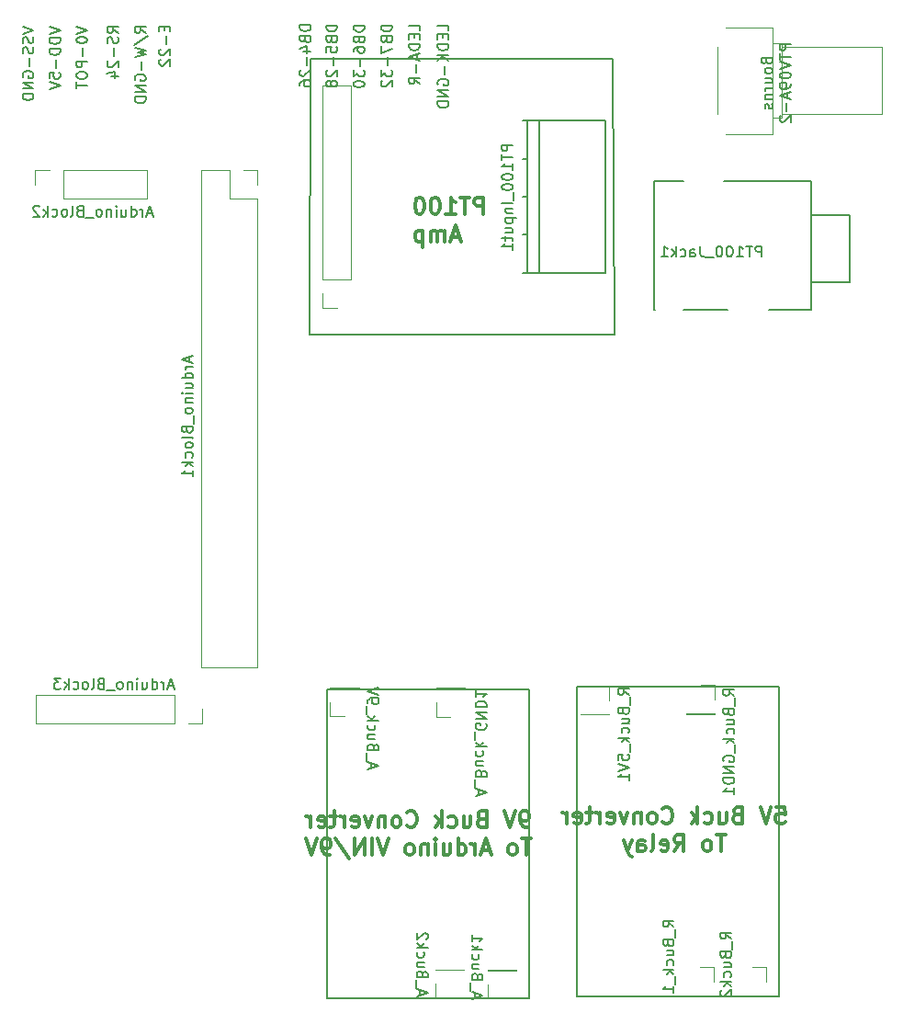
<source format=gbr>
G04 #@! TF.GenerationSoftware,KiCad,Pcbnew,5.0.0-rc2-dev-unknown-0ded476~63~ubuntu17.10.1*
G04 #@! TF.CreationDate,2018-04-08T11:22:16-07:00*
G04 #@! TF.ProjectId,Half_Shield,48616C665F536869656C642E6B696361,rev?*
G04 #@! TF.SameCoordinates,Original*
G04 #@! TF.FileFunction,Legend,Bot*
G04 #@! TF.FilePolarity,Positive*
%FSLAX46Y46*%
G04 Gerber Fmt 4.6, Leading zero omitted, Abs format (unit mm)*
G04 Created by KiCad (PCBNEW 5.0.0-rc2-dev-unknown-0ded476~63~ubuntu17.10.1) date Sun Apr  8 11:22:16 2018*
%MOMM*%
%LPD*%
G01*
G04 APERTURE LIST*
%ADD10C,0.200000*%
%ADD11C,0.300000*%
%ADD12C,0.120000*%
%ADD13C,0.150000*%
G04 APERTURE END LIST*
D10*
X177462771Y-40595800D02*
X177510390Y-40738657D01*
X177558009Y-40786276D01*
X177653247Y-40833895D01*
X177796104Y-40833895D01*
X177891342Y-40786276D01*
X177938961Y-40738657D01*
X177986580Y-40643419D01*
X177986580Y-40262466D01*
X176986580Y-40262466D01*
X176986580Y-40595800D01*
X177034200Y-40691038D01*
X177081819Y-40738657D01*
X177177057Y-40786276D01*
X177272295Y-40786276D01*
X177367533Y-40738657D01*
X177415152Y-40691038D01*
X177462771Y-40595800D01*
X177462771Y-40262466D01*
X177986580Y-41405323D02*
X177938961Y-41310085D01*
X177891342Y-41262466D01*
X177796104Y-41214847D01*
X177510390Y-41214847D01*
X177415152Y-41262466D01*
X177367533Y-41310085D01*
X177319914Y-41405323D01*
X177319914Y-41548180D01*
X177367533Y-41643419D01*
X177415152Y-41691038D01*
X177510390Y-41738657D01*
X177796104Y-41738657D01*
X177891342Y-41691038D01*
X177938961Y-41643419D01*
X177986580Y-41548180D01*
X177986580Y-41405323D01*
X177319914Y-42595800D02*
X177986580Y-42595800D01*
X177319914Y-42167228D02*
X177843723Y-42167228D01*
X177938961Y-42214847D01*
X177986580Y-42310085D01*
X177986580Y-42452942D01*
X177938961Y-42548180D01*
X177891342Y-42595800D01*
X177986580Y-43071990D02*
X177319914Y-43071990D01*
X177510390Y-43071990D02*
X177415152Y-43119609D01*
X177367533Y-43167228D01*
X177319914Y-43262466D01*
X177319914Y-43357704D01*
X177319914Y-43691038D02*
X177986580Y-43691038D01*
X177415152Y-43691038D02*
X177367533Y-43738657D01*
X177319914Y-43833895D01*
X177319914Y-43976752D01*
X177367533Y-44071990D01*
X177462771Y-44119609D01*
X177986580Y-44119609D01*
X177938961Y-44548180D02*
X177986580Y-44643419D01*
X177986580Y-44833895D01*
X177938961Y-44929133D01*
X177843723Y-44976752D01*
X177796104Y-44976752D01*
X177700866Y-44929133D01*
X177653247Y-44833895D01*
X177653247Y-44691038D01*
X177605628Y-44595800D01*
X177510390Y-44548180D01*
X177462771Y-44548180D01*
X177367533Y-44595800D01*
X177319914Y-44691038D01*
X177319914Y-44833895D01*
X177367533Y-44929133D01*
X179686580Y-39048180D02*
X178686580Y-39048180D01*
X178686580Y-39429133D01*
X178734200Y-39524371D01*
X178781819Y-39571990D01*
X178877057Y-39619609D01*
X179019914Y-39619609D01*
X179115152Y-39571990D01*
X179162771Y-39524371D01*
X179210390Y-39429133D01*
X179210390Y-39048180D01*
X178686580Y-39905323D02*
X178686580Y-40476752D01*
X179686580Y-40191038D02*
X178686580Y-40191038D01*
X178686580Y-40667228D02*
X179686580Y-41000561D01*
X178686580Y-41333895D01*
X178686580Y-41857704D02*
X178686580Y-41952942D01*
X178734200Y-42048180D01*
X178781819Y-42095800D01*
X178877057Y-42143419D01*
X179067533Y-42191038D01*
X179305628Y-42191038D01*
X179496104Y-42143419D01*
X179591342Y-42095800D01*
X179638961Y-42048180D01*
X179686580Y-41952942D01*
X179686580Y-41857704D01*
X179638961Y-41762466D01*
X179591342Y-41714847D01*
X179496104Y-41667228D01*
X179305628Y-41619609D01*
X179067533Y-41619609D01*
X178877057Y-41667228D01*
X178781819Y-41714847D01*
X178734200Y-41762466D01*
X178686580Y-41857704D01*
X179686580Y-42667228D02*
X179686580Y-42857704D01*
X179638961Y-42952942D01*
X179591342Y-43000561D01*
X179448485Y-43095800D01*
X179258009Y-43143419D01*
X178877057Y-43143419D01*
X178781819Y-43095800D01*
X178734200Y-43048180D01*
X178686580Y-42952942D01*
X178686580Y-42762466D01*
X178734200Y-42667228D01*
X178781819Y-42619609D01*
X178877057Y-42571990D01*
X179115152Y-42571990D01*
X179210390Y-42619609D01*
X179258009Y-42667228D01*
X179305628Y-42762466D01*
X179305628Y-42952942D01*
X179258009Y-43048180D01*
X179210390Y-43095800D01*
X179115152Y-43143419D01*
X179400866Y-43524371D02*
X179400866Y-44000561D01*
X179686580Y-43429133D02*
X178686580Y-43762466D01*
X179686580Y-44095800D01*
X179305628Y-44429133D02*
X179305628Y-45191038D01*
X178781819Y-45619609D02*
X178734200Y-45667228D01*
X178686580Y-45762466D01*
X178686580Y-46000561D01*
X178734200Y-46095800D01*
X178781819Y-46143419D01*
X178877057Y-46191038D01*
X178972295Y-46191038D01*
X179115152Y-46143419D01*
X179686580Y-45571990D01*
X179686580Y-46191038D01*
X148153380Y-37786085D02*
X148153380Y-37309895D01*
X147153380Y-37309895D01*
X147629571Y-38119419D02*
X147629571Y-38452752D01*
X148153380Y-38595609D02*
X148153380Y-38119419D01*
X147153380Y-38119419D01*
X147153380Y-38595609D01*
X148153380Y-39024180D02*
X147153380Y-39024180D01*
X147153380Y-39262276D01*
X147201000Y-39405133D01*
X147296238Y-39500371D01*
X147391476Y-39547990D01*
X147581952Y-39595609D01*
X147724809Y-39595609D01*
X147915285Y-39547990D01*
X148010523Y-39500371D01*
X148105761Y-39405133D01*
X148153380Y-39262276D01*
X148153380Y-39024180D01*
X148153380Y-40024180D02*
X147153380Y-40024180D01*
X148153380Y-40595609D02*
X147581952Y-40167038D01*
X147153380Y-40595609D02*
X147724809Y-40024180D01*
X147772428Y-41024180D02*
X147772428Y-41786085D01*
X147201000Y-42786085D02*
X147153380Y-42690847D01*
X147153380Y-42547990D01*
X147201000Y-42405133D01*
X147296238Y-42309895D01*
X147391476Y-42262276D01*
X147581952Y-42214657D01*
X147724809Y-42214657D01*
X147915285Y-42262276D01*
X148010523Y-42309895D01*
X148105761Y-42405133D01*
X148153380Y-42547990D01*
X148153380Y-42643228D01*
X148105761Y-42786085D01*
X148058142Y-42833704D01*
X147724809Y-42833704D01*
X147724809Y-42643228D01*
X148153380Y-43262276D02*
X147153380Y-43262276D01*
X148153380Y-43833704D01*
X147153380Y-43833704D01*
X148153380Y-44309895D02*
X147153380Y-44309895D01*
X147153380Y-44547990D01*
X147201000Y-44690847D01*
X147296238Y-44786085D01*
X147391476Y-44833704D01*
X147581952Y-44881323D01*
X147724809Y-44881323D01*
X147915285Y-44833704D01*
X148010523Y-44786085D01*
X148105761Y-44690847D01*
X148153380Y-44547990D01*
X148153380Y-44309895D01*
X145511780Y-37789123D02*
X145511780Y-37312933D01*
X144511780Y-37312933D01*
X144987971Y-38122457D02*
X144987971Y-38455790D01*
X145511780Y-38598647D02*
X145511780Y-38122457D01*
X144511780Y-38122457D01*
X144511780Y-38598647D01*
X145511780Y-39027219D02*
X144511780Y-39027219D01*
X144511780Y-39265314D01*
X144559400Y-39408171D01*
X144654638Y-39503409D01*
X144749876Y-39551028D01*
X144940352Y-39598647D01*
X145083209Y-39598647D01*
X145273685Y-39551028D01*
X145368923Y-39503409D01*
X145464161Y-39408171D01*
X145511780Y-39265314D01*
X145511780Y-39027219D01*
X145226066Y-39979600D02*
X145226066Y-40455790D01*
X145511780Y-39884361D02*
X144511780Y-40217695D01*
X145511780Y-40551028D01*
X145130828Y-40884361D02*
X145130828Y-41646266D01*
X145511780Y-42693885D02*
X145035590Y-42360552D01*
X145511780Y-42122457D02*
X144511780Y-42122457D01*
X144511780Y-42503409D01*
X144559400Y-42598647D01*
X144607019Y-42646266D01*
X144702257Y-42693885D01*
X144845114Y-42693885D01*
X144940352Y-42646266D01*
X144987971Y-42598647D01*
X145035590Y-42503409D01*
X145035590Y-42122457D01*
X142946380Y-37297076D02*
X141946380Y-37297076D01*
X141946380Y-37535171D01*
X141994000Y-37678028D01*
X142089238Y-37773266D01*
X142184476Y-37820885D01*
X142374952Y-37868504D01*
X142517809Y-37868504D01*
X142708285Y-37820885D01*
X142803523Y-37773266D01*
X142898761Y-37678028D01*
X142946380Y-37535171D01*
X142946380Y-37297076D01*
X142422571Y-38630409D02*
X142470190Y-38773266D01*
X142517809Y-38820885D01*
X142613047Y-38868504D01*
X142755904Y-38868504D01*
X142851142Y-38820885D01*
X142898761Y-38773266D01*
X142946380Y-38678028D01*
X142946380Y-38297076D01*
X141946380Y-38297076D01*
X141946380Y-38630409D01*
X141994000Y-38725647D01*
X142041619Y-38773266D01*
X142136857Y-38820885D01*
X142232095Y-38820885D01*
X142327333Y-38773266D01*
X142374952Y-38725647D01*
X142422571Y-38630409D01*
X142422571Y-38297076D01*
X141946380Y-39201838D02*
X141946380Y-39868504D01*
X142946380Y-39439933D01*
X142565428Y-40249457D02*
X142565428Y-41011361D01*
X141946380Y-41392314D02*
X141946380Y-42011361D01*
X142327333Y-41678028D01*
X142327333Y-41820885D01*
X142374952Y-41916123D01*
X142422571Y-41963742D01*
X142517809Y-42011361D01*
X142755904Y-42011361D01*
X142851142Y-41963742D01*
X142898761Y-41916123D01*
X142946380Y-41820885D01*
X142946380Y-41535171D01*
X142898761Y-41439933D01*
X142851142Y-41392314D01*
X142041619Y-42392314D02*
X141994000Y-42439933D01*
X141946380Y-42535171D01*
X141946380Y-42773266D01*
X141994000Y-42868504D01*
X142041619Y-42916123D01*
X142136857Y-42963742D01*
X142232095Y-42963742D01*
X142374952Y-42916123D01*
X142946380Y-42344695D01*
X142946380Y-42963742D01*
X140406380Y-37322476D02*
X139406380Y-37322476D01*
X139406380Y-37560571D01*
X139454000Y-37703428D01*
X139549238Y-37798666D01*
X139644476Y-37846285D01*
X139834952Y-37893904D01*
X139977809Y-37893904D01*
X140168285Y-37846285D01*
X140263523Y-37798666D01*
X140358761Y-37703428D01*
X140406380Y-37560571D01*
X140406380Y-37322476D01*
X139882571Y-38655809D02*
X139930190Y-38798666D01*
X139977809Y-38846285D01*
X140073047Y-38893904D01*
X140215904Y-38893904D01*
X140311142Y-38846285D01*
X140358761Y-38798666D01*
X140406380Y-38703428D01*
X140406380Y-38322476D01*
X139406380Y-38322476D01*
X139406380Y-38655809D01*
X139454000Y-38751047D01*
X139501619Y-38798666D01*
X139596857Y-38846285D01*
X139692095Y-38846285D01*
X139787333Y-38798666D01*
X139834952Y-38751047D01*
X139882571Y-38655809D01*
X139882571Y-38322476D01*
X139406380Y-39751047D02*
X139406380Y-39560571D01*
X139454000Y-39465333D01*
X139501619Y-39417714D01*
X139644476Y-39322476D01*
X139834952Y-39274857D01*
X140215904Y-39274857D01*
X140311142Y-39322476D01*
X140358761Y-39370095D01*
X140406380Y-39465333D01*
X140406380Y-39655809D01*
X140358761Y-39751047D01*
X140311142Y-39798666D01*
X140215904Y-39846285D01*
X139977809Y-39846285D01*
X139882571Y-39798666D01*
X139834952Y-39751047D01*
X139787333Y-39655809D01*
X139787333Y-39465333D01*
X139834952Y-39370095D01*
X139882571Y-39322476D01*
X139977809Y-39274857D01*
X140025428Y-40274857D02*
X140025428Y-41036761D01*
X139406380Y-41417714D02*
X139406380Y-42036761D01*
X139787333Y-41703428D01*
X139787333Y-41846285D01*
X139834952Y-41941523D01*
X139882571Y-41989142D01*
X139977809Y-42036761D01*
X140215904Y-42036761D01*
X140311142Y-41989142D01*
X140358761Y-41941523D01*
X140406380Y-41846285D01*
X140406380Y-41560571D01*
X140358761Y-41465333D01*
X140311142Y-41417714D01*
X139406380Y-42655809D02*
X139406380Y-42751047D01*
X139454000Y-42846285D01*
X139501619Y-42893904D01*
X139596857Y-42941523D01*
X139787333Y-42989142D01*
X140025428Y-42989142D01*
X140215904Y-42941523D01*
X140311142Y-42893904D01*
X140358761Y-42846285D01*
X140406380Y-42751047D01*
X140406380Y-42655809D01*
X140358761Y-42560571D01*
X140311142Y-42512952D01*
X140215904Y-42465333D01*
X140025428Y-42417714D01*
X139787333Y-42417714D01*
X139596857Y-42465333D01*
X139501619Y-42512952D01*
X139454000Y-42560571D01*
X139406380Y-42655809D01*
X137891780Y-37297076D02*
X136891780Y-37297076D01*
X136891780Y-37535171D01*
X136939400Y-37678028D01*
X137034638Y-37773266D01*
X137129876Y-37820885D01*
X137320352Y-37868504D01*
X137463209Y-37868504D01*
X137653685Y-37820885D01*
X137748923Y-37773266D01*
X137844161Y-37678028D01*
X137891780Y-37535171D01*
X137891780Y-37297076D01*
X137367971Y-38630409D02*
X137415590Y-38773266D01*
X137463209Y-38820885D01*
X137558447Y-38868504D01*
X137701304Y-38868504D01*
X137796542Y-38820885D01*
X137844161Y-38773266D01*
X137891780Y-38678028D01*
X137891780Y-38297076D01*
X136891780Y-38297076D01*
X136891780Y-38630409D01*
X136939400Y-38725647D01*
X136987019Y-38773266D01*
X137082257Y-38820885D01*
X137177495Y-38820885D01*
X137272733Y-38773266D01*
X137320352Y-38725647D01*
X137367971Y-38630409D01*
X137367971Y-38297076D01*
X136891780Y-39773266D02*
X136891780Y-39297076D01*
X137367971Y-39249457D01*
X137320352Y-39297076D01*
X137272733Y-39392314D01*
X137272733Y-39630409D01*
X137320352Y-39725647D01*
X137367971Y-39773266D01*
X137463209Y-39820885D01*
X137701304Y-39820885D01*
X137796542Y-39773266D01*
X137844161Y-39725647D01*
X137891780Y-39630409D01*
X137891780Y-39392314D01*
X137844161Y-39297076D01*
X137796542Y-39249457D01*
X137510828Y-40249457D02*
X137510828Y-41011361D01*
X136987019Y-41439933D02*
X136939400Y-41487552D01*
X136891780Y-41582790D01*
X136891780Y-41820885D01*
X136939400Y-41916123D01*
X136987019Y-41963742D01*
X137082257Y-42011361D01*
X137177495Y-42011361D01*
X137320352Y-41963742D01*
X137891780Y-41392314D01*
X137891780Y-42011361D01*
X137320352Y-42582790D02*
X137272733Y-42487552D01*
X137225114Y-42439933D01*
X137129876Y-42392314D01*
X137082257Y-42392314D01*
X136987019Y-42439933D01*
X136939400Y-42487552D01*
X136891780Y-42582790D01*
X136891780Y-42773266D01*
X136939400Y-42868504D01*
X136987019Y-42916123D01*
X137082257Y-42963742D01*
X137129876Y-42963742D01*
X137225114Y-42916123D01*
X137272733Y-42868504D01*
X137320352Y-42773266D01*
X137320352Y-42582790D01*
X137367971Y-42487552D01*
X137415590Y-42439933D01*
X137510828Y-42392314D01*
X137701304Y-42392314D01*
X137796542Y-42439933D01*
X137844161Y-42487552D01*
X137891780Y-42582790D01*
X137891780Y-42773266D01*
X137844161Y-42868504D01*
X137796542Y-42916123D01*
X137701304Y-42963742D01*
X137510828Y-42963742D01*
X137415590Y-42916123D01*
X137367971Y-42868504D01*
X137320352Y-42773266D01*
X135453380Y-37271676D02*
X134453380Y-37271676D01*
X134453380Y-37509771D01*
X134501000Y-37652628D01*
X134596238Y-37747866D01*
X134691476Y-37795485D01*
X134881952Y-37843104D01*
X135024809Y-37843104D01*
X135215285Y-37795485D01*
X135310523Y-37747866D01*
X135405761Y-37652628D01*
X135453380Y-37509771D01*
X135453380Y-37271676D01*
X134929571Y-38605009D02*
X134977190Y-38747866D01*
X135024809Y-38795485D01*
X135120047Y-38843104D01*
X135262904Y-38843104D01*
X135358142Y-38795485D01*
X135405761Y-38747866D01*
X135453380Y-38652628D01*
X135453380Y-38271676D01*
X134453380Y-38271676D01*
X134453380Y-38605009D01*
X134501000Y-38700247D01*
X134548619Y-38747866D01*
X134643857Y-38795485D01*
X134739095Y-38795485D01*
X134834333Y-38747866D01*
X134881952Y-38700247D01*
X134929571Y-38605009D01*
X134929571Y-38271676D01*
X134786714Y-39700247D02*
X135453380Y-39700247D01*
X134405761Y-39462152D02*
X135120047Y-39224057D01*
X135120047Y-39843104D01*
X135072428Y-40224057D02*
X135072428Y-40985961D01*
X134548619Y-41414533D02*
X134501000Y-41462152D01*
X134453380Y-41557390D01*
X134453380Y-41795485D01*
X134501000Y-41890723D01*
X134548619Y-41938342D01*
X134643857Y-41985961D01*
X134739095Y-41985961D01*
X134881952Y-41938342D01*
X135453380Y-41366914D01*
X135453380Y-41985961D01*
X134453380Y-42843104D02*
X134453380Y-42652628D01*
X134501000Y-42557390D01*
X134548619Y-42509771D01*
X134691476Y-42414533D01*
X134881952Y-42366914D01*
X135262904Y-42366914D01*
X135358142Y-42414533D01*
X135405761Y-42462152D01*
X135453380Y-42557390D01*
X135453380Y-42747866D01*
X135405761Y-42843104D01*
X135358142Y-42890723D01*
X135262904Y-42938342D01*
X135024809Y-42938342D01*
X134929571Y-42890723D01*
X134881952Y-42843104D01*
X134834333Y-42747866D01*
X134834333Y-42557390D01*
X134881952Y-42462152D01*
X134929571Y-42414533D01*
X135024809Y-42366914D01*
X121975571Y-37406485D02*
X121975571Y-37739819D01*
X122499380Y-37882676D02*
X122499380Y-37406485D01*
X121499380Y-37406485D01*
X121499380Y-37882676D01*
X122118428Y-38311247D02*
X122118428Y-39073152D01*
X121594619Y-39501723D02*
X121547000Y-39549342D01*
X121499380Y-39644580D01*
X121499380Y-39882676D01*
X121547000Y-39977914D01*
X121594619Y-40025533D01*
X121689857Y-40073152D01*
X121785095Y-40073152D01*
X121927952Y-40025533D01*
X122499380Y-39454104D01*
X122499380Y-40073152D01*
X121594619Y-40454104D02*
X121547000Y-40501723D01*
X121499380Y-40596961D01*
X121499380Y-40835057D01*
X121547000Y-40930295D01*
X121594619Y-40977914D01*
X121689857Y-41025533D01*
X121785095Y-41025533D01*
X121927952Y-40977914D01*
X122499380Y-40406485D01*
X122499380Y-41025533D01*
X120238780Y-37990828D02*
X119762590Y-37657495D01*
X120238780Y-37419400D02*
X119238780Y-37419400D01*
X119238780Y-37800352D01*
X119286400Y-37895590D01*
X119334019Y-37943209D01*
X119429257Y-37990828D01*
X119572114Y-37990828D01*
X119667352Y-37943209D01*
X119714971Y-37895590D01*
X119762590Y-37800352D01*
X119762590Y-37419400D01*
X119191161Y-39133685D02*
X120476876Y-38276542D01*
X119238780Y-39371780D02*
X120238780Y-39609876D01*
X119524495Y-39800352D01*
X120238780Y-39990828D01*
X119238780Y-40228923D01*
X119857828Y-40609876D02*
X119857828Y-41371780D01*
X119286400Y-42371780D02*
X119238780Y-42276542D01*
X119238780Y-42133685D01*
X119286400Y-41990828D01*
X119381638Y-41895590D01*
X119476876Y-41847971D01*
X119667352Y-41800352D01*
X119810209Y-41800352D01*
X120000685Y-41847971D01*
X120095923Y-41895590D01*
X120191161Y-41990828D01*
X120238780Y-42133685D01*
X120238780Y-42228923D01*
X120191161Y-42371780D01*
X120143542Y-42419400D01*
X119810209Y-42419400D01*
X119810209Y-42228923D01*
X120238780Y-42847971D02*
X119238780Y-42847971D01*
X120238780Y-43419400D01*
X119238780Y-43419400D01*
X120238780Y-43895590D02*
X119238780Y-43895590D01*
X119238780Y-44133685D01*
X119286400Y-44276542D01*
X119381638Y-44371780D01*
X119476876Y-44419400D01*
X119667352Y-44467019D01*
X119810209Y-44467019D01*
X120000685Y-44419400D01*
X120095923Y-44371780D01*
X120191161Y-44276542D01*
X120238780Y-44133685D01*
X120238780Y-43895590D01*
X117698780Y-38012904D02*
X117222590Y-37679571D01*
X117698780Y-37441476D02*
X116698780Y-37441476D01*
X116698780Y-37822428D01*
X116746400Y-37917666D01*
X116794019Y-37965285D01*
X116889257Y-38012904D01*
X117032114Y-38012904D01*
X117127352Y-37965285D01*
X117174971Y-37917666D01*
X117222590Y-37822428D01*
X117222590Y-37441476D01*
X117651161Y-38393857D02*
X117698780Y-38536714D01*
X117698780Y-38774809D01*
X117651161Y-38870047D01*
X117603542Y-38917666D01*
X117508304Y-38965285D01*
X117413066Y-38965285D01*
X117317828Y-38917666D01*
X117270209Y-38870047D01*
X117222590Y-38774809D01*
X117174971Y-38584333D01*
X117127352Y-38489095D01*
X117079733Y-38441476D01*
X116984495Y-38393857D01*
X116889257Y-38393857D01*
X116794019Y-38441476D01*
X116746400Y-38489095D01*
X116698780Y-38584333D01*
X116698780Y-38822428D01*
X116746400Y-38965285D01*
X117317828Y-39393857D02*
X117317828Y-40155761D01*
X116794019Y-40584333D02*
X116746400Y-40631952D01*
X116698780Y-40727190D01*
X116698780Y-40965285D01*
X116746400Y-41060523D01*
X116794019Y-41108142D01*
X116889257Y-41155761D01*
X116984495Y-41155761D01*
X117127352Y-41108142D01*
X117698780Y-40536714D01*
X117698780Y-41155761D01*
X117032114Y-42012904D02*
X117698780Y-42012904D01*
X116651161Y-41774809D02*
X117365447Y-41536714D01*
X117365447Y-42155761D01*
X113853980Y-37425666D02*
X114853980Y-37759000D01*
X113853980Y-38092333D01*
X113853980Y-38616142D02*
X113853980Y-38711380D01*
X113901600Y-38806619D01*
X113949219Y-38854238D01*
X114044457Y-38901857D01*
X114234933Y-38949476D01*
X114473028Y-38949476D01*
X114663504Y-38901857D01*
X114758742Y-38854238D01*
X114806361Y-38806619D01*
X114853980Y-38711380D01*
X114853980Y-38616142D01*
X114806361Y-38520904D01*
X114758742Y-38473285D01*
X114663504Y-38425666D01*
X114473028Y-38378047D01*
X114234933Y-38378047D01*
X114044457Y-38425666D01*
X113949219Y-38473285D01*
X113901600Y-38520904D01*
X113853980Y-38616142D01*
X114473028Y-39378047D02*
X114473028Y-40139952D01*
X114853980Y-40616142D02*
X113853980Y-40616142D01*
X113853980Y-40997095D01*
X113901600Y-41092333D01*
X113949219Y-41139952D01*
X114044457Y-41187571D01*
X114187314Y-41187571D01*
X114282552Y-41139952D01*
X114330171Y-41092333D01*
X114377790Y-40997095D01*
X114377790Y-40616142D01*
X113853980Y-41806619D02*
X113853980Y-41997095D01*
X113901600Y-42092333D01*
X113996838Y-42187571D01*
X114187314Y-42235190D01*
X114520647Y-42235190D01*
X114711123Y-42187571D01*
X114806361Y-42092333D01*
X114853980Y-41997095D01*
X114853980Y-41806619D01*
X114806361Y-41711380D01*
X114711123Y-41616142D01*
X114520647Y-41568523D01*
X114187314Y-41568523D01*
X113996838Y-41616142D01*
X113901600Y-41711380D01*
X113853980Y-41806619D01*
X113853980Y-42520904D02*
X113853980Y-43092333D01*
X114853980Y-42806619D02*
X113853980Y-42806619D01*
X111364780Y-37452657D02*
X112364780Y-37785990D01*
X111364780Y-38119323D01*
X112364780Y-38452657D02*
X111364780Y-38452657D01*
X111364780Y-38690752D01*
X111412400Y-38833609D01*
X111507638Y-38928847D01*
X111602876Y-38976466D01*
X111793352Y-39024085D01*
X111936209Y-39024085D01*
X112126685Y-38976466D01*
X112221923Y-38928847D01*
X112317161Y-38833609D01*
X112364780Y-38690752D01*
X112364780Y-38452657D01*
X112364780Y-39452657D02*
X111364780Y-39452657D01*
X111364780Y-39690752D01*
X111412400Y-39833609D01*
X111507638Y-39928847D01*
X111602876Y-39976466D01*
X111793352Y-40024085D01*
X111936209Y-40024085D01*
X112126685Y-39976466D01*
X112221923Y-39928847D01*
X112317161Y-39833609D01*
X112364780Y-39690752D01*
X112364780Y-39452657D01*
X111983828Y-40452657D02*
X111983828Y-41214561D01*
X111364780Y-42166942D02*
X111364780Y-41690752D01*
X111840971Y-41643133D01*
X111793352Y-41690752D01*
X111745733Y-41785990D01*
X111745733Y-42024085D01*
X111793352Y-42119323D01*
X111840971Y-42166942D01*
X111936209Y-42214561D01*
X112174304Y-42214561D01*
X112269542Y-42166942D01*
X112317161Y-42119323D01*
X112364780Y-42024085D01*
X112364780Y-41785990D01*
X112317161Y-41690752D01*
X112269542Y-41643133D01*
X111364780Y-42500276D02*
X112364780Y-42833609D01*
X111364780Y-43166942D01*
X108900980Y-37414628D02*
X109900980Y-37747961D01*
X108900980Y-38081295D01*
X109853361Y-38367009D02*
X109900980Y-38509866D01*
X109900980Y-38747961D01*
X109853361Y-38843200D01*
X109805742Y-38890819D01*
X109710504Y-38938438D01*
X109615266Y-38938438D01*
X109520028Y-38890819D01*
X109472409Y-38843200D01*
X109424790Y-38747961D01*
X109377171Y-38557485D01*
X109329552Y-38462247D01*
X109281933Y-38414628D01*
X109186695Y-38367009D01*
X109091457Y-38367009D01*
X108996219Y-38414628D01*
X108948600Y-38462247D01*
X108900980Y-38557485D01*
X108900980Y-38795580D01*
X108948600Y-38938438D01*
X109853361Y-39319390D02*
X109900980Y-39462247D01*
X109900980Y-39700342D01*
X109853361Y-39795580D01*
X109805742Y-39843200D01*
X109710504Y-39890819D01*
X109615266Y-39890819D01*
X109520028Y-39843200D01*
X109472409Y-39795580D01*
X109424790Y-39700342D01*
X109377171Y-39509866D01*
X109329552Y-39414628D01*
X109281933Y-39367009D01*
X109186695Y-39319390D01*
X109091457Y-39319390D01*
X108996219Y-39367009D01*
X108948600Y-39414628D01*
X108900980Y-39509866D01*
X108900980Y-39747961D01*
X108948600Y-39890819D01*
X109520028Y-40319390D02*
X109520028Y-41081295D01*
X108948600Y-42081295D02*
X108900980Y-41986057D01*
X108900980Y-41843200D01*
X108948600Y-41700342D01*
X109043838Y-41605104D01*
X109139076Y-41557485D01*
X109329552Y-41509866D01*
X109472409Y-41509866D01*
X109662885Y-41557485D01*
X109758123Y-41605104D01*
X109853361Y-41700342D01*
X109900980Y-41843200D01*
X109900980Y-41938438D01*
X109853361Y-42081295D01*
X109805742Y-42128914D01*
X109472409Y-42128914D01*
X109472409Y-41938438D01*
X109900980Y-42557485D02*
X108900980Y-42557485D01*
X109900980Y-43128914D01*
X108900980Y-43128914D01*
X109900980Y-43605104D02*
X108900980Y-43605104D01*
X108900980Y-43843200D01*
X108948600Y-43986057D01*
X109043838Y-44081295D01*
X109139076Y-44128914D01*
X109329552Y-44176533D01*
X109472409Y-44176533D01*
X109662885Y-44128914D01*
X109758123Y-44081295D01*
X109853361Y-43986057D01*
X109900980Y-43843200D01*
X109900980Y-43605104D01*
D11*
X155461028Y-111163571D02*
X155175314Y-111163571D01*
X155032457Y-111092142D01*
X154961028Y-111020714D01*
X154818171Y-110806428D01*
X154746742Y-110520714D01*
X154746742Y-109949285D01*
X154818171Y-109806428D01*
X154889600Y-109735000D01*
X155032457Y-109663571D01*
X155318171Y-109663571D01*
X155461028Y-109735000D01*
X155532457Y-109806428D01*
X155603885Y-109949285D01*
X155603885Y-110306428D01*
X155532457Y-110449285D01*
X155461028Y-110520714D01*
X155318171Y-110592142D01*
X155032457Y-110592142D01*
X154889600Y-110520714D01*
X154818171Y-110449285D01*
X154746742Y-110306428D01*
X154318171Y-109663571D02*
X153818171Y-111163571D01*
X153318171Y-109663571D01*
X151175314Y-110377857D02*
X150961028Y-110449285D01*
X150889600Y-110520714D01*
X150818171Y-110663571D01*
X150818171Y-110877857D01*
X150889600Y-111020714D01*
X150961028Y-111092142D01*
X151103885Y-111163571D01*
X151675314Y-111163571D01*
X151675314Y-109663571D01*
X151175314Y-109663571D01*
X151032457Y-109735000D01*
X150961028Y-109806428D01*
X150889600Y-109949285D01*
X150889600Y-110092142D01*
X150961028Y-110235000D01*
X151032457Y-110306428D01*
X151175314Y-110377857D01*
X151675314Y-110377857D01*
X149532457Y-110163571D02*
X149532457Y-111163571D01*
X150175314Y-110163571D02*
X150175314Y-110949285D01*
X150103885Y-111092142D01*
X149961028Y-111163571D01*
X149746742Y-111163571D01*
X149603885Y-111092142D01*
X149532457Y-111020714D01*
X148175314Y-111092142D02*
X148318171Y-111163571D01*
X148603885Y-111163571D01*
X148746742Y-111092142D01*
X148818171Y-111020714D01*
X148889600Y-110877857D01*
X148889600Y-110449285D01*
X148818171Y-110306428D01*
X148746742Y-110235000D01*
X148603885Y-110163571D01*
X148318171Y-110163571D01*
X148175314Y-110235000D01*
X147532457Y-111163571D02*
X147532457Y-109663571D01*
X147389600Y-110592142D02*
X146961028Y-111163571D01*
X146961028Y-110163571D02*
X147532457Y-110735000D01*
X144318171Y-111020714D02*
X144389600Y-111092142D01*
X144603885Y-111163571D01*
X144746742Y-111163571D01*
X144961028Y-111092142D01*
X145103885Y-110949285D01*
X145175314Y-110806428D01*
X145246742Y-110520714D01*
X145246742Y-110306428D01*
X145175314Y-110020714D01*
X145103885Y-109877857D01*
X144961028Y-109735000D01*
X144746742Y-109663571D01*
X144603885Y-109663571D01*
X144389600Y-109735000D01*
X144318171Y-109806428D01*
X143461028Y-111163571D02*
X143603885Y-111092142D01*
X143675314Y-111020714D01*
X143746742Y-110877857D01*
X143746742Y-110449285D01*
X143675314Y-110306428D01*
X143603885Y-110235000D01*
X143461028Y-110163571D01*
X143246742Y-110163571D01*
X143103885Y-110235000D01*
X143032457Y-110306428D01*
X142961028Y-110449285D01*
X142961028Y-110877857D01*
X143032457Y-111020714D01*
X143103885Y-111092142D01*
X143246742Y-111163571D01*
X143461028Y-111163571D01*
X142318171Y-110163571D02*
X142318171Y-111163571D01*
X142318171Y-110306428D02*
X142246742Y-110235000D01*
X142103885Y-110163571D01*
X141889600Y-110163571D01*
X141746742Y-110235000D01*
X141675314Y-110377857D01*
X141675314Y-111163571D01*
X141103885Y-110163571D02*
X140746742Y-111163571D01*
X140389600Y-110163571D01*
X139246742Y-111092142D02*
X139389600Y-111163571D01*
X139675314Y-111163571D01*
X139818171Y-111092142D01*
X139889600Y-110949285D01*
X139889600Y-110377857D01*
X139818171Y-110235000D01*
X139675314Y-110163571D01*
X139389600Y-110163571D01*
X139246742Y-110235000D01*
X139175314Y-110377857D01*
X139175314Y-110520714D01*
X139889600Y-110663571D01*
X138532457Y-111163571D02*
X138532457Y-110163571D01*
X138532457Y-110449285D02*
X138461028Y-110306428D01*
X138389600Y-110235000D01*
X138246742Y-110163571D01*
X138103885Y-110163571D01*
X137818171Y-110163571D02*
X137246742Y-110163571D01*
X137603885Y-109663571D02*
X137603885Y-110949285D01*
X137532457Y-111092142D01*
X137389600Y-111163571D01*
X137246742Y-111163571D01*
X136175314Y-111092142D02*
X136318171Y-111163571D01*
X136603885Y-111163571D01*
X136746742Y-111092142D01*
X136818171Y-110949285D01*
X136818171Y-110377857D01*
X136746742Y-110235000D01*
X136603885Y-110163571D01*
X136318171Y-110163571D01*
X136175314Y-110235000D01*
X136103885Y-110377857D01*
X136103885Y-110520714D01*
X136818171Y-110663571D01*
X135461028Y-111163571D02*
X135461028Y-110163571D01*
X135461028Y-110449285D02*
X135389600Y-110306428D01*
X135318171Y-110235000D01*
X135175314Y-110163571D01*
X135032457Y-110163571D01*
X155746742Y-112213571D02*
X154889600Y-112213571D01*
X155318171Y-113713571D02*
X155318171Y-112213571D01*
X154175314Y-113713571D02*
X154318171Y-113642142D01*
X154389600Y-113570714D01*
X154461028Y-113427857D01*
X154461028Y-112999285D01*
X154389600Y-112856428D01*
X154318171Y-112785000D01*
X154175314Y-112713571D01*
X153961028Y-112713571D01*
X153818171Y-112785000D01*
X153746742Y-112856428D01*
X153675314Y-112999285D01*
X153675314Y-113427857D01*
X153746742Y-113570714D01*
X153818171Y-113642142D01*
X153961028Y-113713571D01*
X154175314Y-113713571D01*
X151961028Y-113285000D02*
X151246742Y-113285000D01*
X152103885Y-113713571D02*
X151603885Y-112213571D01*
X151103885Y-113713571D01*
X150603885Y-113713571D02*
X150603885Y-112713571D01*
X150603885Y-112999285D02*
X150532457Y-112856428D01*
X150461028Y-112785000D01*
X150318171Y-112713571D01*
X150175314Y-112713571D01*
X149032457Y-113713571D02*
X149032457Y-112213571D01*
X149032457Y-113642142D02*
X149175314Y-113713571D01*
X149461028Y-113713571D01*
X149603885Y-113642142D01*
X149675314Y-113570714D01*
X149746742Y-113427857D01*
X149746742Y-112999285D01*
X149675314Y-112856428D01*
X149603885Y-112785000D01*
X149461028Y-112713571D01*
X149175314Y-112713571D01*
X149032457Y-112785000D01*
X147675314Y-112713571D02*
X147675314Y-113713571D01*
X148318171Y-112713571D02*
X148318171Y-113499285D01*
X148246742Y-113642142D01*
X148103885Y-113713571D01*
X147889600Y-113713571D01*
X147746742Y-113642142D01*
X147675314Y-113570714D01*
X146961028Y-113713571D02*
X146961028Y-112713571D01*
X146961028Y-112213571D02*
X147032457Y-112285000D01*
X146961028Y-112356428D01*
X146889600Y-112285000D01*
X146961028Y-112213571D01*
X146961028Y-112356428D01*
X146246742Y-112713571D02*
X146246742Y-113713571D01*
X146246742Y-112856428D02*
X146175314Y-112785000D01*
X146032457Y-112713571D01*
X145818171Y-112713571D01*
X145675314Y-112785000D01*
X145603885Y-112927857D01*
X145603885Y-113713571D01*
X144675314Y-113713571D02*
X144818171Y-113642142D01*
X144889600Y-113570714D01*
X144961028Y-113427857D01*
X144961028Y-112999285D01*
X144889600Y-112856428D01*
X144818171Y-112785000D01*
X144675314Y-112713571D01*
X144461028Y-112713571D01*
X144318171Y-112785000D01*
X144246742Y-112856428D01*
X144175314Y-112999285D01*
X144175314Y-113427857D01*
X144246742Y-113570714D01*
X144318171Y-113642142D01*
X144461028Y-113713571D01*
X144675314Y-113713571D01*
X142603885Y-112213571D02*
X142103885Y-113713571D01*
X141603885Y-112213571D01*
X141103885Y-113713571D02*
X141103885Y-112213571D01*
X140389600Y-113713571D02*
X140389600Y-112213571D01*
X139532457Y-113713571D01*
X139532457Y-112213571D01*
X137746742Y-112142142D02*
X139032457Y-114070714D01*
X137175314Y-113713571D02*
X136889600Y-113713571D01*
X136746742Y-113642142D01*
X136675314Y-113570714D01*
X136532457Y-113356428D01*
X136461028Y-113070714D01*
X136461028Y-112499285D01*
X136532457Y-112356428D01*
X136603885Y-112285000D01*
X136746742Y-112213571D01*
X137032457Y-112213571D01*
X137175314Y-112285000D01*
X137246742Y-112356428D01*
X137318171Y-112499285D01*
X137318171Y-112856428D01*
X137246742Y-112999285D01*
X137175314Y-113070714D01*
X137032457Y-113142142D01*
X136746742Y-113142142D01*
X136603885Y-113070714D01*
X136532457Y-112999285D01*
X136461028Y-112856428D01*
X136032457Y-112213571D02*
X135532457Y-113713571D01*
X135032457Y-112213571D01*
X178389371Y-109307971D02*
X179103657Y-109307971D01*
X179175085Y-110022257D01*
X179103657Y-109950828D01*
X178960800Y-109879400D01*
X178603657Y-109879400D01*
X178460800Y-109950828D01*
X178389371Y-110022257D01*
X178317942Y-110165114D01*
X178317942Y-110522257D01*
X178389371Y-110665114D01*
X178460800Y-110736542D01*
X178603657Y-110807971D01*
X178960800Y-110807971D01*
X179103657Y-110736542D01*
X179175085Y-110665114D01*
X177889371Y-109307971D02*
X177389371Y-110807971D01*
X176889371Y-109307971D01*
X174746514Y-110022257D02*
X174532228Y-110093685D01*
X174460800Y-110165114D01*
X174389371Y-110307971D01*
X174389371Y-110522257D01*
X174460800Y-110665114D01*
X174532228Y-110736542D01*
X174675085Y-110807971D01*
X175246514Y-110807971D01*
X175246514Y-109307971D01*
X174746514Y-109307971D01*
X174603657Y-109379400D01*
X174532228Y-109450828D01*
X174460800Y-109593685D01*
X174460800Y-109736542D01*
X174532228Y-109879400D01*
X174603657Y-109950828D01*
X174746514Y-110022257D01*
X175246514Y-110022257D01*
X173103657Y-109807971D02*
X173103657Y-110807971D01*
X173746514Y-109807971D02*
X173746514Y-110593685D01*
X173675085Y-110736542D01*
X173532228Y-110807971D01*
X173317942Y-110807971D01*
X173175085Y-110736542D01*
X173103657Y-110665114D01*
X171746514Y-110736542D02*
X171889371Y-110807971D01*
X172175085Y-110807971D01*
X172317942Y-110736542D01*
X172389371Y-110665114D01*
X172460800Y-110522257D01*
X172460800Y-110093685D01*
X172389371Y-109950828D01*
X172317942Y-109879400D01*
X172175085Y-109807971D01*
X171889371Y-109807971D01*
X171746514Y-109879400D01*
X171103657Y-110807971D02*
X171103657Y-109307971D01*
X170960800Y-110236542D02*
X170532228Y-110807971D01*
X170532228Y-109807971D02*
X171103657Y-110379400D01*
X167889371Y-110665114D02*
X167960800Y-110736542D01*
X168175085Y-110807971D01*
X168317942Y-110807971D01*
X168532228Y-110736542D01*
X168675085Y-110593685D01*
X168746514Y-110450828D01*
X168817942Y-110165114D01*
X168817942Y-109950828D01*
X168746514Y-109665114D01*
X168675085Y-109522257D01*
X168532228Y-109379400D01*
X168317942Y-109307971D01*
X168175085Y-109307971D01*
X167960800Y-109379400D01*
X167889371Y-109450828D01*
X167032228Y-110807971D02*
X167175085Y-110736542D01*
X167246514Y-110665114D01*
X167317942Y-110522257D01*
X167317942Y-110093685D01*
X167246514Y-109950828D01*
X167175085Y-109879400D01*
X167032228Y-109807971D01*
X166817942Y-109807971D01*
X166675085Y-109879400D01*
X166603657Y-109950828D01*
X166532228Y-110093685D01*
X166532228Y-110522257D01*
X166603657Y-110665114D01*
X166675085Y-110736542D01*
X166817942Y-110807971D01*
X167032228Y-110807971D01*
X165889371Y-109807971D02*
X165889371Y-110807971D01*
X165889371Y-109950828D02*
X165817942Y-109879400D01*
X165675085Y-109807971D01*
X165460800Y-109807971D01*
X165317942Y-109879400D01*
X165246514Y-110022257D01*
X165246514Y-110807971D01*
X164675085Y-109807971D02*
X164317942Y-110807971D01*
X163960800Y-109807971D01*
X162817942Y-110736542D02*
X162960800Y-110807971D01*
X163246514Y-110807971D01*
X163389371Y-110736542D01*
X163460800Y-110593685D01*
X163460800Y-110022257D01*
X163389371Y-109879400D01*
X163246514Y-109807971D01*
X162960800Y-109807971D01*
X162817942Y-109879400D01*
X162746514Y-110022257D01*
X162746514Y-110165114D01*
X163460800Y-110307971D01*
X162103657Y-110807971D02*
X162103657Y-109807971D01*
X162103657Y-110093685D02*
X162032228Y-109950828D01*
X161960800Y-109879400D01*
X161817942Y-109807971D01*
X161675085Y-109807971D01*
X161389371Y-109807971D02*
X160817942Y-109807971D01*
X161175085Y-109307971D02*
X161175085Y-110593685D01*
X161103657Y-110736542D01*
X160960800Y-110807971D01*
X160817942Y-110807971D01*
X159746514Y-110736542D02*
X159889371Y-110807971D01*
X160175085Y-110807971D01*
X160317942Y-110736542D01*
X160389371Y-110593685D01*
X160389371Y-110022257D01*
X160317942Y-109879400D01*
X160175085Y-109807971D01*
X159889371Y-109807971D01*
X159746514Y-109879400D01*
X159675085Y-110022257D01*
X159675085Y-110165114D01*
X160389371Y-110307971D01*
X159032228Y-110807971D02*
X159032228Y-109807971D01*
X159032228Y-110093685D02*
X158960800Y-109950828D01*
X158889371Y-109879400D01*
X158746514Y-109807971D01*
X158603657Y-109807971D01*
X173675085Y-111857971D02*
X172817942Y-111857971D01*
X173246514Y-113357971D02*
X173246514Y-111857971D01*
X172103657Y-113357971D02*
X172246514Y-113286542D01*
X172317942Y-113215114D01*
X172389371Y-113072257D01*
X172389371Y-112643685D01*
X172317942Y-112500828D01*
X172246514Y-112429400D01*
X172103657Y-112357971D01*
X171889371Y-112357971D01*
X171746514Y-112429400D01*
X171675085Y-112500828D01*
X171603657Y-112643685D01*
X171603657Y-113072257D01*
X171675085Y-113215114D01*
X171746514Y-113286542D01*
X171889371Y-113357971D01*
X172103657Y-113357971D01*
X168960800Y-113357971D02*
X169460800Y-112643685D01*
X169817942Y-113357971D02*
X169817942Y-111857971D01*
X169246514Y-111857971D01*
X169103657Y-111929400D01*
X169032228Y-112000828D01*
X168960800Y-112143685D01*
X168960800Y-112357971D01*
X169032228Y-112500828D01*
X169103657Y-112572257D01*
X169246514Y-112643685D01*
X169817942Y-112643685D01*
X167746514Y-113286542D02*
X167889371Y-113357971D01*
X168175085Y-113357971D01*
X168317942Y-113286542D01*
X168389371Y-113143685D01*
X168389371Y-112572257D01*
X168317942Y-112429400D01*
X168175085Y-112357971D01*
X167889371Y-112357971D01*
X167746514Y-112429400D01*
X167675085Y-112572257D01*
X167675085Y-112715114D01*
X168389371Y-112857971D01*
X166817942Y-113357971D02*
X166960800Y-113286542D01*
X167032228Y-113143685D01*
X167032228Y-111857971D01*
X165603657Y-113357971D02*
X165603657Y-112572257D01*
X165675085Y-112429400D01*
X165817942Y-112357971D01*
X166103657Y-112357971D01*
X166246514Y-112429400D01*
X165603657Y-113286542D02*
X165746514Y-113357971D01*
X166103657Y-113357971D01*
X166246514Y-113286542D01*
X166317942Y-113143685D01*
X166317942Y-113000828D01*
X166246514Y-112857971D01*
X166103657Y-112786542D01*
X165746514Y-112786542D01*
X165603657Y-112715114D01*
X165032228Y-112357971D02*
X164675085Y-113357971D01*
X164317942Y-112357971D02*
X164675085Y-113357971D01*
X164817942Y-113715114D01*
X164889371Y-113786542D01*
X165032228Y-113857971D01*
D10*
X178650865Y-126726625D02*
X178650865Y-98227825D01*
X178650865Y-98227825D02*
X160007265Y-98227825D01*
X160007265Y-126726625D02*
X178650865Y-126726625D01*
X160007265Y-98227825D02*
X160007265Y-126726625D01*
X136956549Y-98440646D02*
X136956549Y-126939446D01*
X155600149Y-98440646D02*
X136956549Y-98440646D01*
X155600149Y-126939446D02*
X155600149Y-98440646D01*
X136956549Y-126939446D02*
X155600149Y-126939446D01*
D11*
X151351597Y-54655075D02*
X151351597Y-53155075D01*
X150780168Y-53155075D01*
X150637311Y-53226504D01*
X150565883Y-53297932D01*
X150494454Y-53440789D01*
X150494454Y-53655075D01*
X150565883Y-53797932D01*
X150637311Y-53869361D01*
X150780168Y-53940789D01*
X151351597Y-53940789D01*
X150065883Y-53155075D02*
X149208740Y-53155075D01*
X149637311Y-54655075D02*
X149637311Y-53155075D01*
X147923026Y-54655075D02*
X148780168Y-54655075D01*
X148351597Y-54655075D02*
X148351597Y-53155075D01*
X148494454Y-53369361D01*
X148637311Y-53512218D01*
X148780168Y-53583646D01*
X146994454Y-53155075D02*
X146851597Y-53155075D01*
X146708740Y-53226504D01*
X146637311Y-53297932D01*
X146565883Y-53440789D01*
X146494454Y-53726504D01*
X146494454Y-54083646D01*
X146565883Y-54369361D01*
X146637311Y-54512218D01*
X146708740Y-54583646D01*
X146851597Y-54655075D01*
X146994454Y-54655075D01*
X147137311Y-54583646D01*
X147208740Y-54512218D01*
X147280168Y-54369361D01*
X147351597Y-54083646D01*
X147351597Y-53726504D01*
X147280168Y-53440789D01*
X147208740Y-53297932D01*
X147137311Y-53226504D01*
X146994454Y-53155075D01*
X145565883Y-53155075D02*
X145423026Y-53155075D01*
X145280168Y-53226504D01*
X145208740Y-53297932D01*
X145137311Y-53440789D01*
X145065883Y-53726504D01*
X145065883Y-54083646D01*
X145137311Y-54369361D01*
X145208740Y-54512218D01*
X145280168Y-54583646D01*
X145423026Y-54655075D01*
X145565883Y-54655075D01*
X145708740Y-54583646D01*
X145780168Y-54512218D01*
X145851597Y-54369361D01*
X145923026Y-54083646D01*
X145923026Y-53726504D01*
X145851597Y-53440789D01*
X145780168Y-53297932D01*
X145708740Y-53226504D01*
X145565883Y-53155075D01*
X149137311Y-56776504D02*
X148423026Y-56776504D01*
X149280168Y-57205075D02*
X148780168Y-55705075D01*
X148280168Y-57205075D01*
X147780168Y-57205075D02*
X147780168Y-56205075D01*
X147780168Y-56347932D02*
X147708740Y-56276504D01*
X147565883Y-56205075D01*
X147351597Y-56205075D01*
X147208740Y-56276504D01*
X147137311Y-56419361D01*
X147137311Y-57205075D01*
X147137311Y-56419361D02*
X147065883Y-56276504D01*
X146923026Y-56205075D01*
X146708740Y-56205075D01*
X146565883Y-56276504D01*
X146494454Y-56419361D01*
X146494454Y-57205075D01*
X145780168Y-56205075D02*
X145780168Y-57705075D01*
X145780168Y-56276504D02*
X145637311Y-56205075D01*
X145351597Y-56205075D01*
X145208740Y-56276504D01*
X145137311Y-56347932D01*
X145065883Y-56490789D01*
X145065883Y-56919361D01*
X145137311Y-57062218D01*
X145208740Y-57133646D01*
X145351597Y-57205075D01*
X145637311Y-57205075D01*
X145780168Y-57133646D01*
D10*
X163319426Y-40417904D02*
X163471826Y-65767104D01*
X135430226Y-40417904D02*
X163319426Y-40417904D01*
X135379426Y-65767104D02*
X135430226Y-40417904D01*
X163471826Y-65817904D02*
X135379426Y-65767104D01*
D12*
X130565200Y-50625700D02*
X129235200Y-50625700D01*
X130565200Y-51955700D02*
X130565200Y-50625700D01*
X127965200Y-50625700D02*
X125365200Y-50625700D01*
X127965200Y-53225700D02*
X127965200Y-50625700D01*
X130565200Y-53225700D02*
X127965200Y-53225700D01*
X125365200Y-50625700D02*
X125365200Y-96465700D01*
X130565200Y-53225700D02*
X130565200Y-96465700D01*
X130565200Y-96465700D02*
X125365200Y-96465700D01*
X110074400Y-50625700D02*
X110074400Y-51955700D01*
X111404400Y-50625700D02*
X110074400Y-50625700D01*
X112674400Y-50625700D02*
X112674400Y-53285700D01*
X112674400Y-53285700D02*
X120354400Y-53285700D01*
X112674400Y-50625700D02*
X120354400Y-50625700D01*
X120354400Y-50625700D02*
X120354400Y-53285700D01*
X125485200Y-101596500D02*
X125485200Y-100266500D01*
X124155200Y-101596500D02*
X125485200Y-101596500D01*
X122885200Y-101596500D02*
X122885200Y-98936500D01*
X122885200Y-98936500D02*
X110125200Y-98936500D01*
X122885200Y-101596500D02*
X110125200Y-101596500D01*
X110125200Y-101596500D02*
X110125200Y-98936500D01*
D13*
X155409426Y-56600304D02*
X155009426Y-56600304D01*
X155409426Y-53100304D02*
X155009426Y-53100304D01*
X155409426Y-49600304D02*
X155009426Y-49600304D01*
X156509426Y-60100304D02*
X156509426Y-46100304D01*
X155409426Y-60100304D02*
X155409426Y-46100304D01*
X162609426Y-60100304D02*
X155009426Y-60100304D01*
X155009426Y-46100304D02*
X162609426Y-46100304D01*
X162609426Y-46100304D02*
X162609426Y-60100304D01*
X185168000Y-60984000D02*
X181568000Y-60984000D01*
X185168000Y-54784000D02*
X185168000Y-60984000D01*
X181568000Y-54784000D02*
X185168000Y-54784000D01*
X181568000Y-63484000D02*
X181568000Y-51684000D01*
X177668000Y-63484000D02*
X181568000Y-63484000D01*
X169768000Y-63484000D02*
X173868000Y-63484000D01*
X167068000Y-63484000D02*
X167168000Y-63484000D01*
X167068000Y-51684000D02*
X167068000Y-63484000D01*
X169768000Y-51684000D02*
X167068000Y-51684000D01*
X181568000Y-51684000D02*
X173568000Y-51684000D01*
D12*
X151780949Y-124288646D02*
X154440949Y-124288646D01*
X151780949Y-124348646D02*
X151780949Y-124288646D01*
X154440949Y-124348646D02*
X154440949Y-124288646D01*
X151780949Y-124348646D02*
X154440949Y-124348646D01*
X151780949Y-125618646D02*
X151780949Y-126948646D01*
X151780949Y-126948646D02*
X153110949Y-126948646D01*
X146929549Y-126910546D02*
X148259549Y-126910546D01*
X146929549Y-125580546D02*
X146929549Y-126910546D01*
X146929549Y-124310546D02*
X149589549Y-124310546D01*
X149589549Y-124310546D02*
X149589549Y-124250546D01*
X146929549Y-124310546D02*
X146929549Y-124250546D01*
X146929549Y-124250546D02*
X149589549Y-124250546D01*
X146993049Y-98329846D02*
X149653049Y-98329846D01*
X146993049Y-98389846D02*
X146993049Y-98329846D01*
X149653049Y-98389846D02*
X149653049Y-98329846D01*
X146993049Y-98389846D02*
X149653049Y-98389846D01*
X146993049Y-99659846D02*
X146993049Y-100989846D01*
X146993049Y-100989846D02*
X148323049Y-100989846D01*
X177467176Y-124053292D02*
X176137176Y-124053292D01*
X177467176Y-125383292D02*
X177467176Y-124053292D01*
X177467176Y-126653292D02*
X174807176Y-126653292D01*
X174807176Y-126653292D02*
X174807176Y-126713292D01*
X177467176Y-126653292D02*
X177467176Y-126713292D01*
X177467176Y-126713292D02*
X174807176Y-126713292D01*
X172641176Y-126725992D02*
X169981176Y-126725992D01*
X172641176Y-126665992D02*
X172641176Y-126725992D01*
X169981176Y-126665992D02*
X169981176Y-126725992D01*
X172641176Y-126665992D02*
X169981176Y-126665992D01*
X172641176Y-125395992D02*
X172641176Y-124065992D01*
X172641176Y-124065992D02*
X171311176Y-124065992D01*
X162951076Y-98119892D02*
X161621076Y-98119892D01*
X162951076Y-99449892D02*
X162951076Y-98119892D01*
X162951076Y-100719892D02*
X160291076Y-100719892D01*
X160291076Y-100719892D02*
X160291076Y-100779892D01*
X162951076Y-100719892D02*
X162951076Y-100779892D01*
X162951076Y-100779892D02*
X160291076Y-100779892D01*
X172730076Y-100729092D02*
X170070076Y-100729092D01*
X172730076Y-100669092D02*
X172730076Y-100729092D01*
X170070076Y-100669092D02*
X170070076Y-100729092D01*
X172730076Y-100669092D02*
X170070076Y-100669092D01*
X172730076Y-99399092D02*
X172730076Y-98069092D01*
X172730076Y-98069092D02*
X171400076Y-98069092D01*
X136541200Y-63306000D02*
X137871200Y-63306000D01*
X136541200Y-61976000D02*
X136541200Y-63306000D01*
X139201200Y-60706000D02*
X136541200Y-60706000D01*
X139201200Y-42866000D02*
X139201200Y-60706000D01*
X136541200Y-42866000D02*
X139201200Y-42866000D01*
X136541200Y-60706000D02*
X136541200Y-42866000D01*
X188058000Y-45438000D02*
X188058000Y-39318000D01*
X178858000Y-45438000D02*
X178858000Y-39318000D01*
X178858000Y-39318000D02*
X188058000Y-39318000D01*
X178858000Y-45438000D02*
X188058000Y-45438000D01*
X178858000Y-45838000D02*
X178858000Y-38918000D01*
X178058000Y-45838000D02*
X178058000Y-38918000D01*
X178058000Y-38918000D02*
X178858000Y-38918000D01*
X178058000Y-45838000D02*
X178858000Y-45838000D01*
X178058000Y-47288000D02*
X178058000Y-37468000D01*
X172938000Y-45503000D02*
X172938000Y-39253000D01*
X173693000Y-37468000D02*
X178058000Y-37468000D01*
X173693000Y-47288000D02*
X178058000Y-47288000D01*
X137252400Y-100948800D02*
X138582400Y-100948800D01*
X137252400Y-99618800D02*
X137252400Y-100948800D01*
X137252400Y-98348800D02*
X139912400Y-98348800D01*
X139912400Y-98348800D02*
X139912400Y-98288800D01*
X137252400Y-98348800D02*
X137252400Y-98288800D01*
X137252400Y-98288800D02*
X139912400Y-98288800D01*
D13*
X124271066Y-67855200D02*
X124271066Y-68331390D01*
X124556780Y-67759961D02*
X123556780Y-68093295D01*
X124556780Y-68426628D01*
X124556780Y-68759961D02*
X123890114Y-68759961D01*
X124080590Y-68759961D02*
X123985352Y-68807580D01*
X123937733Y-68855200D01*
X123890114Y-68950438D01*
X123890114Y-69045676D01*
X124556780Y-69807580D02*
X123556780Y-69807580D01*
X124509161Y-69807580D02*
X124556780Y-69712342D01*
X124556780Y-69521866D01*
X124509161Y-69426628D01*
X124461542Y-69379009D01*
X124366304Y-69331390D01*
X124080590Y-69331390D01*
X123985352Y-69379009D01*
X123937733Y-69426628D01*
X123890114Y-69521866D01*
X123890114Y-69712342D01*
X123937733Y-69807580D01*
X123890114Y-70712342D02*
X124556780Y-70712342D01*
X123890114Y-70283771D02*
X124413923Y-70283771D01*
X124509161Y-70331390D01*
X124556780Y-70426628D01*
X124556780Y-70569485D01*
X124509161Y-70664723D01*
X124461542Y-70712342D01*
X124556780Y-71188533D02*
X123890114Y-71188533D01*
X123556780Y-71188533D02*
X123604400Y-71140914D01*
X123652019Y-71188533D01*
X123604400Y-71236152D01*
X123556780Y-71188533D01*
X123652019Y-71188533D01*
X123890114Y-71664723D02*
X124556780Y-71664723D01*
X123985352Y-71664723D02*
X123937733Y-71712342D01*
X123890114Y-71807580D01*
X123890114Y-71950438D01*
X123937733Y-72045676D01*
X124032971Y-72093295D01*
X124556780Y-72093295D01*
X124556780Y-72712342D02*
X124509161Y-72617104D01*
X124461542Y-72569485D01*
X124366304Y-72521866D01*
X124080590Y-72521866D01*
X123985352Y-72569485D01*
X123937733Y-72617104D01*
X123890114Y-72712342D01*
X123890114Y-72855200D01*
X123937733Y-72950438D01*
X123985352Y-72998057D01*
X124080590Y-73045676D01*
X124366304Y-73045676D01*
X124461542Y-72998057D01*
X124509161Y-72950438D01*
X124556780Y-72855200D01*
X124556780Y-72712342D01*
X124652019Y-73236152D02*
X124652019Y-73998057D01*
X124032971Y-74569485D02*
X124080590Y-74712342D01*
X124128209Y-74759961D01*
X124223447Y-74807580D01*
X124366304Y-74807580D01*
X124461542Y-74759961D01*
X124509161Y-74712342D01*
X124556780Y-74617104D01*
X124556780Y-74236152D01*
X123556780Y-74236152D01*
X123556780Y-74569485D01*
X123604400Y-74664723D01*
X123652019Y-74712342D01*
X123747257Y-74759961D01*
X123842495Y-74759961D01*
X123937733Y-74712342D01*
X123985352Y-74664723D01*
X124032971Y-74569485D01*
X124032971Y-74236152D01*
X124556780Y-75379009D02*
X124509161Y-75283771D01*
X124413923Y-75236152D01*
X123556780Y-75236152D01*
X124556780Y-75902819D02*
X124509161Y-75807580D01*
X124461542Y-75759961D01*
X124366304Y-75712342D01*
X124080590Y-75712342D01*
X123985352Y-75759961D01*
X123937733Y-75807580D01*
X123890114Y-75902819D01*
X123890114Y-76045676D01*
X123937733Y-76140914D01*
X123985352Y-76188533D01*
X124080590Y-76236152D01*
X124366304Y-76236152D01*
X124461542Y-76188533D01*
X124509161Y-76140914D01*
X124556780Y-76045676D01*
X124556780Y-75902819D01*
X124509161Y-77093295D02*
X124556780Y-76998057D01*
X124556780Y-76807580D01*
X124509161Y-76712342D01*
X124461542Y-76664723D01*
X124366304Y-76617104D01*
X124080590Y-76617104D01*
X123985352Y-76664723D01*
X123937733Y-76712342D01*
X123890114Y-76807580D01*
X123890114Y-76998057D01*
X123937733Y-77093295D01*
X124556780Y-77521866D02*
X123556780Y-77521866D01*
X124175828Y-77617104D02*
X124556780Y-77902819D01*
X123890114Y-77902819D02*
X124271066Y-77521866D01*
X124556780Y-78855200D02*
X124556780Y-78283771D01*
X124556780Y-78569485D02*
X123556780Y-78569485D01*
X123699638Y-78474247D01*
X123794876Y-78379009D01*
X123842495Y-78283771D01*
X120866800Y-54624266D02*
X120390609Y-54624266D01*
X120962038Y-54909980D02*
X120628704Y-53909980D01*
X120295371Y-54909980D01*
X119962038Y-54909980D02*
X119962038Y-54243314D01*
X119962038Y-54433790D02*
X119914419Y-54338552D01*
X119866800Y-54290933D01*
X119771561Y-54243314D01*
X119676323Y-54243314D01*
X118914419Y-54909980D02*
X118914419Y-53909980D01*
X118914419Y-54862361D02*
X119009657Y-54909980D01*
X119200133Y-54909980D01*
X119295371Y-54862361D01*
X119342990Y-54814742D01*
X119390609Y-54719504D01*
X119390609Y-54433790D01*
X119342990Y-54338552D01*
X119295371Y-54290933D01*
X119200133Y-54243314D01*
X119009657Y-54243314D01*
X118914419Y-54290933D01*
X118009657Y-54243314D02*
X118009657Y-54909980D01*
X118438228Y-54243314D02*
X118438228Y-54767123D01*
X118390609Y-54862361D01*
X118295371Y-54909980D01*
X118152514Y-54909980D01*
X118057276Y-54862361D01*
X118009657Y-54814742D01*
X117533466Y-54909980D02*
X117533466Y-54243314D01*
X117533466Y-53909980D02*
X117581085Y-53957600D01*
X117533466Y-54005219D01*
X117485847Y-53957600D01*
X117533466Y-53909980D01*
X117533466Y-54005219D01*
X117057276Y-54243314D02*
X117057276Y-54909980D01*
X117057276Y-54338552D02*
X117009657Y-54290933D01*
X116914419Y-54243314D01*
X116771561Y-54243314D01*
X116676323Y-54290933D01*
X116628704Y-54386171D01*
X116628704Y-54909980D01*
X116009657Y-54909980D02*
X116104895Y-54862361D01*
X116152514Y-54814742D01*
X116200133Y-54719504D01*
X116200133Y-54433790D01*
X116152514Y-54338552D01*
X116104895Y-54290933D01*
X116009657Y-54243314D01*
X115866800Y-54243314D01*
X115771561Y-54290933D01*
X115723942Y-54338552D01*
X115676323Y-54433790D01*
X115676323Y-54719504D01*
X115723942Y-54814742D01*
X115771561Y-54862361D01*
X115866800Y-54909980D01*
X116009657Y-54909980D01*
X115485847Y-55005219D02*
X114723942Y-55005219D01*
X114152514Y-54386171D02*
X114009657Y-54433790D01*
X113962038Y-54481409D01*
X113914419Y-54576647D01*
X113914419Y-54719504D01*
X113962038Y-54814742D01*
X114009657Y-54862361D01*
X114104895Y-54909980D01*
X114485847Y-54909980D01*
X114485847Y-53909980D01*
X114152514Y-53909980D01*
X114057276Y-53957600D01*
X114009657Y-54005219D01*
X113962038Y-54100457D01*
X113962038Y-54195695D01*
X114009657Y-54290933D01*
X114057276Y-54338552D01*
X114152514Y-54386171D01*
X114485847Y-54386171D01*
X113342990Y-54909980D02*
X113438228Y-54862361D01*
X113485847Y-54767123D01*
X113485847Y-53909980D01*
X112819180Y-54909980D02*
X112914419Y-54862361D01*
X112962038Y-54814742D01*
X113009657Y-54719504D01*
X113009657Y-54433790D01*
X112962038Y-54338552D01*
X112914419Y-54290933D01*
X112819180Y-54243314D01*
X112676323Y-54243314D01*
X112581085Y-54290933D01*
X112533466Y-54338552D01*
X112485847Y-54433790D01*
X112485847Y-54719504D01*
X112533466Y-54814742D01*
X112581085Y-54862361D01*
X112676323Y-54909980D01*
X112819180Y-54909980D01*
X111628704Y-54862361D02*
X111723942Y-54909980D01*
X111914419Y-54909980D01*
X112009657Y-54862361D01*
X112057276Y-54814742D01*
X112104895Y-54719504D01*
X112104895Y-54433790D01*
X112057276Y-54338552D01*
X112009657Y-54290933D01*
X111914419Y-54243314D01*
X111723942Y-54243314D01*
X111628704Y-54290933D01*
X111200133Y-54909980D02*
X111200133Y-53909980D01*
X111104895Y-54529028D02*
X110819180Y-54909980D01*
X110819180Y-54243314D02*
X111200133Y-54624266D01*
X110438228Y-54005219D02*
X110390609Y-53957600D01*
X110295371Y-53909980D01*
X110057276Y-53909980D01*
X109962038Y-53957600D01*
X109914419Y-54005219D01*
X109866800Y-54100457D01*
X109866800Y-54195695D01*
X109914419Y-54338552D01*
X110485847Y-54909980D01*
X109866800Y-54909980D01*
X122797200Y-98159866D02*
X122321009Y-98159866D01*
X122892438Y-98445580D02*
X122559104Y-97445580D01*
X122225771Y-98445580D01*
X121892438Y-98445580D02*
X121892438Y-97778914D01*
X121892438Y-97969390D02*
X121844819Y-97874152D01*
X121797200Y-97826533D01*
X121701961Y-97778914D01*
X121606723Y-97778914D01*
X120844819Y-98445580D02*
X120844819Y-97445580D01*
X120844819Y-98397961D02*
X120940057Y-98445580D01*
X121130533Y-98445580D01*
X121225771Y-98397961D01*
X121273390Y-98350342D01*
X121321009Y-98255104D01*
X121321009Y-97969390D01*
X121273390Y-97874152D01*
X121225771Y-97826533D01*
X121130533Y-97778914D01*
X120940057Y-97778914D01*
X120844819Y-97826533D01*
X119940057Y-97778914D02*
X119940057Y-98445580D01*
X120368628Y-97778914D02*
X120368628Y-98302723D01*
X120321009Y-98397961D01*
X120225771Y-98445580D01*
X120082914Y-98445580D01*
X119987676Y-98397961D01*
X119940057Y-98350342D01*
X119463866Y-98445580D02*
X119463866Y-97778914D01*
X119463866Y-97445580D02*
X119511485Y-97493200D01*
X119463866Y-97540819D01*
X119416247Y-97493200D01*
X119463866Y-97445580D01*
X119463866Y-97540819D01*
X118987676Y-97778914D02*
X118987676Y-98445580D01*
X118987676Y-97874152D02*
X118940057Y-97826533D01*
X118844819Y-97778914D01*
X118701961Y-97778914D01*
X118606723Y-97826533D01*
X118559104Y-97921771D01*
X118559104Y-98445580D01*
X117940057Y-98445580D02*
X118035295Y-98397961D01*
X118082914Y-98350342D01*
X118130533Y-98255104D01*
X118130533Y-97969390D01*
X118082914Y-97874152D01*
X118035295Y-97826533D01*
X117940057Y-97778914D01*
X117797200Y-97778914D01*
X117701961Y-97826533D01*
X117654342Y-97874152D01*
X117606723Y-97969390D01*
X117606723Y-98255104D01*
X117654342Y-98350342D01*
X117701961Y-98397961D01*
X117797200Y-98445580D01*
X117940057Y-98445580D01*
X117416247Y-98540819D02*
X116654342Y-98540819D01*
X116082914Y-97921771D02*
X115940057Y-97969390D01*
X115892438Y-98017009D01*
X115844819Y-98112247D01*
X115844819Y-98255104D01*
X115892438Y-98350342D01*
X115940057Y-98397961D01*
X116035295Y-98445580D01*
X116416247Y-98445580D01*
X116416247Y-97445580D01*
X116082914Y-97445580D01*
X115987676Y-97493200D01*
X115940057Y-97540819D01*
X115892438Y-97636057D01*
X115892438Y-97731295D01*
X115940057Y-97826533D01*
X115987676Y-97874152D01*
X116082914Y-97921771D01*
X116416247Y-97921771D01*
X115273390Y-98445580D02*
X115368628Y-98397961D01*
X115416247Y-98302723D01*
X115416247Y-97445580D01*
X114749580Y-98445580D02*
X114844819Y-98397961D01*
X114892438Y-98350342D01*
X114940057Y-98255104D01*
X114940057Y-97969390D01*
X114892438Y-97874152D01*
X114844819Y-97826533D01*
X114749580Y-97778914D01*
X114606723Y-97778914D01*
X114511485Y-97826533D01*
X114463866Y-97874152D01*
X114416247Y-97969390D01*
X114416247Y-98255104D01*
X114463866Y-98350342D01*
X114511485Y-98397961D01*
X114606723Y-98445580D01*
X114749580Y-98445580D01*
X113559104Y-98397961D02*
X113654342Y-98445580D01*
X113844819Y-98445580D01*
X113940057Y-98397961D01*
X113987676Y-98350342D01*
X114035295Y-98255104D01*
X114035295Y-97969390D01*
X113987676Y-97874152D01*
X113940057Y-97826533D01*
X113844819Y-97778914D01*
X113654342Y-97778914D01*
X113559104Y-97826533D01*
X113130533Y-98445580D02*
X113130533Y-97445580D01*
X113035295Y-98064628D02*
X112749580Y-98445580D01*
X112749580Y-97778914D02*
X113130533Y-98159866D01*
X112416247Y-97445580D02*
X111797200Y-97445580D01*
X112130533Y-97826533D01*
X111987676Y-97826533D01*
X111892438Y-97874152D01*
X111844819Y-97921771D01*
X111797200Y-98017009D01*
X111797200Y-98255104D01*
X111844819Y-98350342D01*
X111892438Y-98397961D01*
X111987676Y-98445580D01*
X112273390Y-98445580D01*
X112368628Y-98397961D01*
X112416247Y-98350342D01*
X154069006Y-48308380D02*
X153069006Y-48308380D01*
X153069006Y-48689332D01*
X153116626Y-48784570D01*
X153164245Y-48832189D01*
X153259483Y-48879808D01*
X153402340Y-48879808D01*
X153497578Y-48832189D01*
X153545197Y-48784570D01*
X153592816Y-48689332D01*
X153592816Y-48308380D01*
X153069006Y-49165523D02*
X153069006Y-49736951D01*
X154069006Y-49451237D02*
X153069006Y-49451237D01*
X154069006Y-50594094D02*
X154069006Y-50022665D01*
X154069006Y-50308380D02*
X153069006Y-50308380D01*
X153211864Y-50213142D01*
X153307102Y-50117904D01*
X153354721Y-50022665D01*
X153069006Y-51213142D02*
X153069006Y-51308380D01*
X153116626Y-51403618D01*
X153164245Y-51451237D01*
X153259483Y-51498856D01*
X153449959Y-51546475D01*
X153688054Y-51546475D01*
X153878530Y-51498856D01*
X153973768Y-51451237D01*
X154021387Y-51403618D01*
X154069006Y-51308380D01*
X154069006Y-51213142D01*
X154021387Y-51117904D01*
X153973768Y-51070284D01*
X153878530Y-51022665D01*
X153688054Y-50975046D01*
X153449959Y-50975046D01*
X153259483Y-51022665D01*
X153164245Y-51070284D01*
X153116626Y-51117904D01*
X153069006Y-51213142D01*
X153069006Y-52165523D02*
X153069006Y-52260761D01*
X153116626Y-52355999D01*
X153164245Y-52403618D01*
X153259483Y-52451237D01*
X153449959Y-52498856D01*
X153688054Y-52498856D01*
X153878530Y-52451237D01*
X153973768Y-52403618D01*
X154021387Y-52355999D01*
X154069006Y-52260761D01*
X154069006Y-52165523D01*
X154021387Y-52070284D01*
X153973768Y-52022665D01*
X153878530Y-51975046D01*
X153688054Y-51927427D01*
X153449959Y-51927427D01*
X153259483Y-51975046D01*
X153164245Y-52022665D01*
X153116626Y-52070284D01*
X153069006Y-52165523D01*
X154164245Y-52689332D02*
X154164245Y-53451237D01*
X154069006Y-53689332D02*
X153069006Y-53689332D01*
X153402340Y-54165523D02*
X154069006Y-54165523D01*
X153497578Y-54165523D02*
X153449959Y-54213142D01*
X153402340Y-54308380D01*
X153402340Y-54451237D01*
X153449959Y-54546475D01*
X153545197Y-54594094D01*
X154069006Y-54594094D01*
X153402340Y-55070284D02*
X154402340Y-55070284D01*
X153449959Y-55070284D02*
X153402340Y-55165523D01*
X153402340Y-55355999D01*
X153449959Y-55451237D01*
X153497578Y-55498856D01*
X153592816Y-55546475D01*
X153878530Y-55546475D01*
X153973768Y-55498856D01*
X154021387Y-55451237D01*
X154069006Y-55355999D01*
X154069006Y-55165523D01*
X154021387Y-55070284D01*
X153402340Y-56403618D02*
X154069006Y-56403618D01*
X153402340Y-55975046D02*
X153926149Y-55975046D01*
X154021387Y-56022665D01*
X154069006Y-56117904D01*
X154069006Y-56260761D01*
X154021387Y-56355999D01*
X153973768Y-56403618D01*
X153402340Y-56736951D02*
X153402340Y-57117904D01*
X153069006Y-56879808D02*
X153926149Y-56879808D01*
X154021387Y-56927427D01*
X154069006Y-57022665D01*
X154069006Y-57117904D01*
X154069006Y-57975046D02*
X154069006Y-57403618D01*
X154069006Y-57689332D02*
X153069006Y-57689332D01*
X153211864Y-57594094D01*
X153307102Y-57498856D01*
X153354721Y-57403618D01*
X177010438Y-58618380D02*
X177010438Y-57618380D01*
X176629485Y-57618380D01*
X176534247Y-57666000D01*
X176486628Y-57713619D01*
X176439009Y-57808857D01*
X176439009Y-57951714D01*
X176486628Y-58046952D01*
X176534247Y-58094571D01*
X176629485Y-58142190D01*
X177010438Y-58142190D01*
X176153295Y-57618380D02*
X175581866Y-57618380D01*
X175867580Y-58618380D02*
X175867580Y-57618380D01*
X174724723Y-58618380D02*
X175296152Y-58618380D01*
X175010438Y-58618380D02*
X175010438Y-57618380D01*
X175105676Y-57761238D01*
X175200914Y-57856476D01*
X175296152Y-57904095D01*
X174105676Y-57618380D02*
X174010438Y-57618380D01*
X173915200Y-57666000D01*
X173867580Y-57713619D01*
X173819961Y-57808857D01*
X173772342Y-57999333D01*
X173772342Y-58237428D01*
X173819961Y-58427904D01*
X173867580Y-58523142D01*
X173915200Y-58570761D01*
X174010438Y-58618380D01*
X174105676Y-58618380D01*
X174200914Y-58570761D01*
X174248533Y-58523142D01*
X174296152Y-58427904D01*
X174343771Y-58237428D01*
X174343771Y-57999333D01*
X174296152Y-57808857D01*
X174248533Y-57713619D01*
X174200914Y-57666000D01*
X174105676Y-57618380D01*
X173153295Y-57618380D02*
X173058057Y-57618380D01*
X172962819Y-57666000D01*
X172915200Y-57713619D01*
X172867580Y-57808857D01*
X172819961Y-57999333D01*
X172819961Y-58237428D01*
X172867580Y-58427904D01*
X172915200Y-58523142D01*
X172962819Y-58570761D01*
X173058057Y-58618380D01*
X173153295Y-58618380D01*
X173248533Y-58570761D01*
X173296152Y-58523142D01*
X173343771Y-58427904D01*
X173391390Y-58237428D01*
X173391390Y-57999333D01*
X173343771Y-57808857D01*
X173296152Y-57713619D01*
X173248533Y-57666000D01*
X173153295Y-57618380D01*
X172629485Y-58713619D02*
X171867580Y-58713619D01*
X171343771Y-57618380D02*
X171343771Y-58332666D01*
X171391390Y-58475523D01*
X171486628Y-58570761D01*
X171629485Y-58618380D01*
X171724723Y-58618380D01*
X170439009Y-58618380D02*
X170439009Y-58094571D01*
X170486628Y-57999333D01*
X170581866Y-57951714D01*
X170772342Y-57951714D01*
X170867580Y-57999333D01*
X170439009Y-58570761D02*
X170534247Y-58618380D01*
X170772342Y-58618380D01*
X170867580Y-58570761D01*
X170915200Y-58475523D01*
X170915200Y-58380285D01*
X170867580Y-58285047D01*
X170772342Y-58237428D01*
X170534247Y-58237428D01*
X170439009Y-58189809D01*
X169534247Y-58570761D02*
X169629485Y-58618380D01*
X169819961Y-58618380D01*
X169915200Y-58570761D01*
X169962819Y-58523142D01*
X170010438Y-58427904D01*
X170010438Y-58142190D01*
X169962819Y-58046952D01*
X169915200Y-57999333D01*
X169819961Y-57951714D01*
X169629485Y-57951714D01*
X169534247Y-57999333D01*
X169105676Y-58618380D02*
X169105676Y-57618380D01*
X169010438Y-58237428D02*
X168724723Y-58618380D01*
X168724723Y-57951714D02*
X169105676Y-58332666D01*
X167772342Y-58618380D02*
X168343771Y-58618380D01*
X168058057Y-58618380D02*
X168058057Y-57618380D01*
X168153295Y-57761238D01*
X168248533Y-57856476D01*
X168343771Y-57904095D01*
X150580453Y-126864165D02*
X150580453Y-126387974D01*
X150294739Y-126959403D02*
X151294739Y-126626070D01*
X150294739Y-126292736D01*
X150199500Y-126197498D02*
X150199500Y-125435593D01*
X150818548Y-124864165D02*
X150770929Y-124721308D01*
X150723310Y-124673689D01*
X150628072Y-124626070D01*
X150485215Y-124626070D01*
X150389977Y-124673689D01*
X150342358Y-124721308D01*
X150294739Y-124816546D01*
X150294739Y-125197498D01*
X151294739Y-125197498D01*
X151294739Y-124864165D01*
X151247120Y-124768927D01*
X151199500Y-124721308D01*
X151104262Y-124673689D01*
X151009024Y-124673689D01*
X150913786Y-124721308D01*
X150866167Y-124768927D01*
X150818548Y-124864165D01*
X150818548Y-125197498D01*
X150961405Y-123768927D02*
X150294739Y-123768927D01*
X150961405Y-124197498D02*
X150437596Y-124197498D01*
X150342358Y-124149879D01*
X150294739Y-124054641D01*
X150294739Y-123911784D01*
X150342358Y-123816546D01*
X150389977Y-123768927D01*
X150342358Y-122864165D02*
X150294739Y-122959403D01*
X150294739Y-123149879D01*
X150342358Y-123245117D01*
X150389977Y-123292736D01*
X150485215Y-123340355D01*
X150770929Y-123340355D01*
X150866167Y-123292736D01*
X150913786Y-123245117D01*
X150961405Y-123149879D01*
X150961405Y-122959403D01*
X150913786Y-122864165D01*
X150294739Y-122435593D02*
X151294739Y-122435593D01*
X150675691Y-122340355D02*
X150294739Y-122054641D01*
X150961405Y-122054641D02*
X150580453Y-122435593D01*
X150294739Y-121102260D02*
X150294739Y-121673689D01*
X150294739Y-121387974D02*
X151294739Y-121387974D01*
X151151881Y-121483213D01*
X151056643Y-121578451D01*
X151009024Y-121673689D01*
X145523313Y-126673665D02*
X145523313Y-126197474D01*
X145237599Y-126768903D02*
X146237599Y-126435570D01*
X145237599Y-126102236D01*
X145142360Y-126006998D02*
X145142360Y-125245093D01*
X145761408Y-124673665D02*
X145713789Y-124530808D01*
X145666170Y-124483189D01*
X145570932Y-124435570D01*
X145428075Y-124435570D01*
X145332837Y-124483189D01*
X145285218Y-124530808D01*
X145237599Y-124626046D01*
X145237599Y-125006998D01*
X146237599Y-125006998D01*
X146237599Y-124673665D01*
X146189980Y-124578427D01*
X146142360Y-124530808D01*
X146047122Y-124483189D01*
X145951884Y-124483189D01*
X145856646Y-124530808D01*
X145809027Y-124578427D01*
X145761408Y-124673665D01*
X145761408Y-125006998D01*
X145904265Y-123578427D02*
X145237599Y-123578427D01*
X145904265Y-124006998D02*
X145380456Y-124006998D01*
X145285218Y-123959379D01*
X145237599Y-123864141D01*
X145237599Y-123721284D01*
X145285218Y-123626046D01*
X145332837Y-123578427D01*
X145285218Y-122673665D02*
X145237599Y-122768903D01*
X145237599Y-122959379D01*
X145285218Y-123054617D01*
X145332837Y-123102236D01*
X145428075Y-123149855D01*
X145713789Y-123149855D01*
X145809027Y-123102236D01*
X145856646Y-123054617D01*
X145904265Y-122959379D01*
X145904265Y-122768903D01*
X145856646Y-122673665D01*
X145237599Y-122245093D02*
X146237599Y-122245093D01*
X145618551Y-122149855D02*
X145237599Y-121864141D01*
X145904265Y-121864141D02*
X145523313Y-122245093D01*
X146142360Y-121483189D02*
X146189980Y-121435570D01*
X146237599Y-121340332D01*
X146237599Y-121102236D01*
X146189980Y-121006998D01*
X146142360Y-120959379D01*
X146047122Y-120911760D01*
X145951884Y-120911760D01*
X145809027Y-120959379D01*
X145237599Y-121530808D01*
X145237599Y-120911760D01*
X150938593Y-108164447D02*
X150938593Y-107688256D01*
X150652879Y-108259685D02*
X151652879Y-107926352D01*
X150652879Y-107593018D01*
X150557640Y-107497780D02*
X150557640Y-106735875D01*
X151176688Y-106164447D02*
X151129069Y-106021590D01*
X151081450Y-105973971D01*
X150986212Y-105926352D01*
X150843355Y-105926352D01*
X150748117Y-105973971D01*
X150700498Y-106021590D01*
X150652879Y-106116828D01*
X150652879Y-106497780D01*
X151652879Y-106497780D01*
X151652879Y-106164447D01*
X151605260Y-106069209D01*
X151557640Y-106021590D01*
X151462402Y-105973971D01*
X151367164Y-105973971D01*
X151271926Y-106021590D01*
X151224307Y-106069209D01*
X151176688Y-106164447D01*
X151176688Y-106497780D01*
X151319545Y-105069209D02*
X150652879Y-105069209D01*
X151319545Y-105497780D02*
X150795736Y-105497780D01*
X150700498Y-105450161D01*
X150652879Y-105354923D01*
X150652879Y-105212066D01*
X150700498Y-105116828D01*
X150748117Y-105069209D01*
X150700498Y-104164447D02*
X150652879Y-104259685D01*
X150652879Y-104450161D01*
X150700498Y-104545399D01*
X150748117Y-104593018D01*
X150843355Y-104640637D01*
X151129069Y-104640637D01*
X151224307Y-104593018D01*
X151271926Y-104545399D01*
X151319545Y-104450161D01*
X151319545Y-104259685D01*
X151271926Y-104164447D01*
X150652879Y-103735875D02*
X151652879Y-103735875D01*
X151033831Y-103640637D02*
X150652879Y-103354923D01*
X151319545Y-103354923D02*
X150938593Y-103735875D01*
X150557640Y-103164447D02*
X150557640Y-102402542D01*
X151605260Y-101640637D02*
X151652879Y-101735875D01*
X151652879Y-101878733D01*
X151605260Y-102021590D01*
X151510021Y-102116828D01*
X151414783Y-102164447D01*
X151224307Y-102212066D01*
X151081450Y-102212066D01*
X150890974Y-102164447D01*
X150795736Y-102116828D01*
X150700498Y-102021590D01*
X150652879Y-101878733D01*
X150652879Y-101783494D01*
X150700498Y-101640637D01*
X150748117Y-101593018D01*
X151081450Y-101593018D01*
X151081450Y-101783494D01*
X150652879Y-101164447D02*
X151652879Y-101164447D01*
X150652879Y-100593018D01*
X151652879Y-100593018D01*
X150652879Y-100116828D02*
X151652879Y-100116828D01*
X151652879Y-99878733D01*
X151605260Y-99735875D01*
X151510021Y-99640637D01*
X151414783Y-99593018D01*
X151224307Y-99545399D01*
X151081450Y-99545399D01*
X150890974Y-99593018D01*
X150795736Y-99640637D01*
X150700498Y-99735875D01*
X150652879Y-99878733D01*
X150652879Y-100116828D01*
X150652879Y-98593018D02*
X150652879Y-99164447D01*
X150652879Y-98878733D02*
X151652879Y-98878733D01*
X151510021Y-98973971D01*
X151414783Y-99069209D01*
X151367164Y-99164447D01*
X174196075Y-121443109D02*
X173719885Y-121109776D01*
X174196075Y-120871681D02*
X173196075Y-120871681D01*
X173196075Y-121252633D01*
X173243695Y-121347871D01*
X173291314Y-121395490D01*
X173386552Y-121443109D01*
X173529409Y-121443109D01*
X173624647Y-121395490D01*
X173672266Y-121347871D01*
X173719885Y-121252633D01*
X173719885Y-120871681D01*
X174291314Y-121633585D02*
X174291314Y-122395490D01*
X173672266Y-122966919D02*
X173719885Y-123109776D01*
X173767504Y-123157395D01*
X173862742Y-123205014D01*
X174005599Y-123205014D01*
X174100837Y-123157395D01*
X174148456Y-123109776D01*
X174196075Y-123014538D01*
X174196075Y-122633585D01*
X173196075Y-122633585D01*
X173196075Y-122966919D01*
X173243695Y-123062157D01*
X173291314Y-123109776D01*
X173386552Y-123157395D01*
X173481790Y-123157395D01*
X173577028Y-123109776D01*
X173624647Y-123062157D01*
X173672266Y-122966919D01*
X173672266Y-122633585D01*
X173529409Y-124062157D02*
X174196075Y-124062157D01*
X173529409Y-123633585D02*
X174053218Y-123633585D01*
X174148456Y-123681204D01*
X174196075Y-123776443D01*
X174196075Y-123919300D01*
X174148456Y-124014538D01*
X174100837Y-124062157D01*
X174148456Y-124966919D02*
X174196075Y-124871681D01*
X174196075Y-124681204D01*
X174148456Y-124585966D01*
X174100837Y-124538347D01*
X174005599Y-124490728D01*
X173719885Y-124490728D01*
X173624647Y-124538347D01*
X173577028Y-124585966D01*
X173529409Y-124681204D01*
X173529409Y-124871681D01*
X173577028Y-124966919D01*
X174196075Y-125395490D02*
X173196075Y-125395490D01*
X173815123Y-125490728D02*
X174196075Y-125776443D01*
X173529409Y-125776443D02*
X173910361Y-125395490D01*
X173291314Y-126157395D02*
X173243695Y-126205014D01*
X173196075Y-126300252D01*
X173196075Y-126538347D01*
X173243695Y-126633585D01*
X173291314Y-126681204D01*
X173386552Y-126728823D01*
X173481790Y-126728823D01*
X173624647Y-126681204D01*
X174196075Y-126109776D01*
X174196075Y-126728823D01*
X168917955Y-120343337D02*
X168441765Y-120010003D01*
X168917955Y-119771908D02*
X167917955Y-119771908D01*
X167917955Y-120152861D01*
X167965575Y-120248099D01*
X168013194Y-120295718D01*
X168108432Y-120343337D01*
X168251289Y-120343337D01*
X168346527Y-120295718D01*
X168394146Y-120248099D01*
X168441765Y-120152861D01*
X168441765Y-119771908D01*
X169013194Y-120533813D02*
X169013194Y-121295718D01*
X168394146Y-121867146D02*
X168441765Y-122010003D01*
X168489384Y-122057623D01*
X168584622Y-122105242D01*
X168727479Y-122105242D01*
X168822717Y-122057623D01*
X168870336Y-122010003D01*
X168917955Y-121914765D01*
X168917955Y-121533813D01*
X167917955Y-121533813D01*
X167917955Y-121867146D01*
X167965575Y-121962384D01*
X168013194Y-122010003D01*
X168108432Y-122057623D01*
X168203670Y-122057623D01*
X168298908Y-122010003D01*
X168346527Y-121962384D01*
X168394146Y-121867146D01*
X168394146Y-121533813D01*
X168251289Y-122962384D02*
X168917955Y-122962384D01*
X168251289Y-122533813D02*
X168775098Y-122533813D01*
X168870336Y-122581432D01*
X168917955Y-122676670D01*
X168917955Y-122819527D01*
X168870336Y-122914765D01*
X168822717Y-122962384D01*
X168870336Y-123867146D02*
X168917955Y-123771908D01*
X168917955Y-123581432D01*
X168870336Y-123486194D01*
X168822717Y-123438575D01*
X168727479Y-123390956D01*
X168441765Y-123390956D01*
X168346527Y-123438575D01*
X168298908Y-123486194D01*
X168251289Y-123581432D01*
X168251289Y-123771908D01*
X168298908Y-123867146D01*
X168917955Y-124295718D02*
X167917955Y-124295718D01*
X168537003Y-124390956D02*
X168917955Y-124676670D01*
X168251289Y-124676670D02*
X168632241Y-124295718D01*
X169013194Y-124867146D02*
X169013194Y-125629051D01*
X168917955Y-126390956D02*
X168917955Y-125819527D01*
X168917955Y-126105242D02*
X167917955Y-126105242D01*
X168060813Y-126010003D01*
X168156051Y-125914765D01*
X168203670Y-125819527D01*
X164775215Y-98963635D02*
X164299025Y-98630302D01*
X164775215Y-98392206D02*
X163775215Y-98392206D01*
X163775215Y-98773159D01*
X163822835Y-98868397D01*
X163870454Y-98916016D01*
X163965692Y-98963635D01*
X164108549Y-98963635D01*
X164203787Y-98916016D01*
X164251406Y-98868397D01*
X164299025Y-98773159D01*
X164299025Y-98392206D01*
X164870454Y-99154111D02*
X164870454Y-99916016D01*
X164251406Y-100487444D02*
X164299025Y-100630302D01*
X164346644Y-100677921D01*
X164441882Y-100725540D01*
X164584739Y-100725540D01*
X164679977Y-100677921D01*
X164727596Y-100630302D01*
X164775215Y-100535063D01*
X164775215Y-100154111D01*
X163775215Y-100154111D01*
X163775215Y-100487444D01*
X163822835Y-100582683D01*
X163870454Y-100630302D01*
X163965692Y-100677921D01*
X164060930Y-100677921D01*
X164156168Y-100630302D01*
X164203787Y-100582683D01*
X164251406Y-100487444D01*
X164251406Y-100154111D01*
X164108549Y-101582683D02*
X164775215Y-101582683D01*
X164108549Y-101154111D02*
X164632358Y-101154111D01*
X164727596Y-101201730D01*
X164775215Y-101296968D01*
X164775215Y-101439825D01*
X164727596Y-101535063D01*
X164679977Y-101582683D01*
X164727596Y-102487444D02*
X164775215Y-102392206D01*
X164775215Y-102201730D01*
X164727596Y-102106492D01*
X164679977Y-102058873D01*
X164584739Y-102011254D01*
X164299025Y-102011254D01*
X164203787Y-102058873D01*
X164156168Y-102106492D01*
X164108549Y-102201730D01*
X164108549Y-102392206D01*
X164156168Y-102487444D01*
X164775215Y-102916016D02*
X163775215Y-102916016D01*
X164394263Y-103011254D02*
X164775215Y-103296968D01*
X164108549Y-103296968D02*
X164489501Y-102916016D01*
X164870454Y-103487444D02*
X164870454Y-104249349D01*
X163775215Y-104963635D02*
X163775215Y-104487444D01*
X164251406Y-104439825D01*
X164203787Y-104487444D01*
X164156168Y-104582683D01*
X164156168Y-104820778D01*
X164203787Y-104916016D01*
X164251406Y-104963635D01*
X164346644Y-105011254D01*
X164584739Y-105011254D01*
X164679977Y-104963635D01*
X164727596Y-104916016D01*
X164775215Y-104820778D01*
X164775215Y-104582683D01*
X164727596Y-104487444D01*
X164679977Y-104439825D01*
X163775215Y-105296968D02*
X164775215Y-105630302D01*
X163775215Y-105963635D01*
X164775215Y-106820778D02*
X164775215Y-106249349D01*
X164775215Y-106535063D02*
X163775215Y-106535063D01*
X163918073Y-106439825D01*
X164013311Y-106344587D01*
X164060930Y-106249349D01*
X174483095Y-99045627D02*
X174006905Y-98712294D01*
X174483095Y-98474199D02*
X173483095Y-98474199D01*
X173483095Y-98855151D01*
X173530715Y-98950389D01*
X173578334Y-98998008D01*
X173673572Y-99045627D01*
X173816429Y-99045627D01*
X173911667Y-98998008D01*
X173959286Y-98950389D01*
X174006905Y-98855151D01*
X174006905Y-98474199D01*
X174578334Y-99236103D02*
X174578334Y-99998008D01*
X173959286Y-100569437D02*
X174006905Y-100712294D01*
X174054524Y-100759913D01*
X174149762Y-100807532D01*
X174292619Y-100807532D01*
X174387857Y-100759913D01*
X174435476Y-100712294D01*
X174483095Y-100617056D01*
X174483095Y-100236103D01*
X173483095Y-100236103D01*
X173483095Y-100569437D01*
X173530715Y-100664675D01*
X173578334Y-100712294D01*
X173673572Y-100759913D01*
X173768810Y-100759913D01*
X173864048Y-100712294D01*
X173911667Y-100664675D01*
X173959286Y-100569437D01*
X173959286Y-100236103D01*
X173816429Y-101664675D02*
X174483095Y-101664675D01*
X173816429Y-101236103D02*
X174340238Y-101236103D01*
X174435476Y-101283723D01*
X174483095Y-101378961D01*
X174483095Y-101521818D01*
X174435476Y-101617056D01*
X174387857Y-101664675D01*
X174435476Y-102569437D02*
X174483095Y-102474199D01*
X174483095Y-102283723D01*
X174435476Y-102188484D01*
X174387857Y-102140865D01*
X174292619Y-102093246D01*
X174006905Y-102093246D01*
X173911667Y-102140865D01*
X173864048Y-102188484D01*
X173816429Y-102283723D01*
X173816429Y-102474199D01*
X173864048Y-102569437D01*
X174483095Y-102998008D02*
X173483095Y-102998008D01*
X174102143Y-103093246D02*
X174483095Y-103378961D01*
X173816429Y-103378961D02*
X174197381Y-102998008D01*
X174578334Y-103569437D02*
X174578334Y-104331342D01*
X173530715Y-105093246D02*
X173483095Y-104998008D01*
X173483095Y-104855151D01*
X173530715Y-104712294D01*
X173625953Y-104617056D01*
X173721191Y-104569437D01*
X173911667Y-104521818D01*
X174054524Y-104521818D01*
X174245000Y-104569437D01*
X174340238Y-104617056D01*
X174435476Y-104712294D01*
X174483095Y-104855151D01*
X174483095Y-104950389D01*
X174435476Y-105093246D01*
X174387857Y-105140865D01*
X174054524Y-105140865D01*
X174054524Y-104950389D01*
X174483095Y-105569437D02*
X173483095Y-105569437D01*
X174483095Y-106140865D01*
X173483095Y-106140865D01*
X174483095Y-106617056D02*
X173483095Y-106617056D01*
X173483095Y-106855151D01*
X173530715Y-106998008D01*
X173625953Y-107093246D01*
X173721191Y-107140865D01*
X173911667Y-107188484D01*
X174054524Y-107188484D01*
X174245000Y-107140865D01*
X174340238Y-107093246D01*
X174435476Y-106998008D01*
X174483095Y-106855151D01*
X174483095Y-106617056D01*
X174483095Y-108140865D02*
X174483095Y-107569437D01*
X174483095Y-107855151D02*
X173483095Y-107855151D01*
X173625953Y-107759913D01*
X173721191Y-107664675D01*
X173768810Y-107569437D01*
X141006533Y-105747676D02*
X141006533Y-105271485D01*
X140720819Y-105842914D02*
X141720819Y-105509580D01*
X140720819Y-105176247D01*
X140625580Y-105081009D02*
X140625580Y-104319104D01*
X141244628Y-103747676D02*
X141197009Y-103604819D01*
X141149390Y-103557200D01*
X141054152Y-103509580D01*
X140911295Y-103509580D01*
X140816057Y-103557200D01*
X140768438Y-103604819D01*
X140720819Y-103700057D01*
X140720819Y-104081009D01*
X141720819Y-104081009D01*
X141720819Y-103747676D01*
X141673200Y-103652438D01*
X141625580Y-103604819D01*
X141530342Y-103557200D01*
X141435104Y-103557200D01*
X141339866Y-103604819D01*
X141292247Y-103652438D01*
X141244628Y-103747676D01*
X141244628Y-104081009D01*
X141387485Y-102652438D02*
X140720819Y-102652438D01*
X141387485Y-103081009D02*
X140863676Y-103081009D01*
X140768438Y-103033390D01*
X140720819Y-102938152D01*
X140720819Y-102795295D01*
X140768438Y-102700057D01*
X140816057Y-102652438D01*
X140768438Y-101747676D02*
X140720819Y-101842914D01*
X140720819Y-102033390D01*
X140768438Y-102128628D01*
X140816057Y-102176247D01*
X140911295Y-102223866D01*
X141197009Y-102223866D01*
X141292247Y-102176247D01*
X141339866Y-102128628D01*
X141387485Y-102033390D01*
X141387485Y-101842914D01*
X141339866Y-101747676D01*
X140720819Y-101319104D02*
X141720819Y-101319104D01*
X141101771Y-101223866D02*
X140720819Y-100938152D01*
X141387485Y-100938152D02*
X141006533Y-101319104D01*
X140625580Y-100747676D02*
X140625580Y-99985771D01*
X140720819Y-99700057D02*
X140720819Y-99509580D01*
X140768438Y-99414342D01*
X140816057Y-99366723D01*
X140958914Y-99271485D01*
X141149390Y-99223866D01*
X141530342Y-99223866D01*
X141625580Y-99271485D01*
X141673200Y-99319104D01*
X141720819Y-99414342D01*
X141720819Y-99604819D01*
X141673200Y-99700057D01*
X141625580Y-99747676D01*
X141530342Y-99795295D01*
X141292247Y-99795295D01*
X141197009Y-99747676D01*
X141149390Y-99700057D01*
X141101771Y-99604819D01*
X141101771Y-99414342D01*
X141149390Y-99319104D01*
X141197009Y-99271485D01*
X141292247Y-99223866D01*
X141720819Y-98938152D02*
X140720819Y-98604819D01*
X141720819Y-98271485D01*
M02*

</source>
